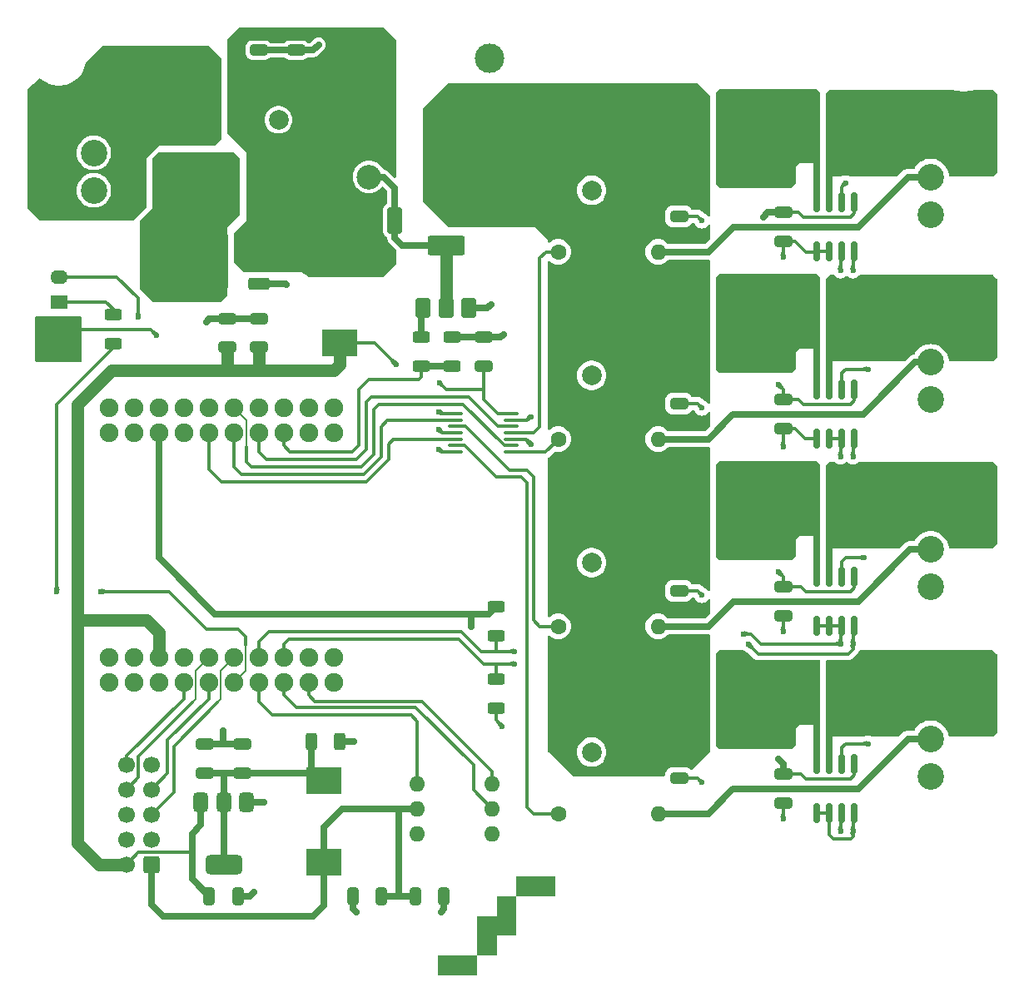
<source format=gbr>
%TF.GenerationSoftware,KiCad,Pcbnew,8.0.8*%
%TF.CreationDate,2025-02-03T17:34:08+01:00*%
%TF.ProjectId,WLEDController,574c4544-436f-46e7-9472-6f6c6c65722e,V1.0*%
%TF.SameCoordinates,Original*%
%TF.FileFunction,Copper,L1,Top*%
%TF.FilePolarity,Positive*%
%FSLAX46Y46*%
G04 Gerber Fmt 4.6, Leading zero omitted, Abs format (unit mm)*
G04 Created by KiCad (PCBNEW 8.0.8) date 2025-02-03 17:34:08*
%MOMM*%
%LPD*%
G01*
G04 APERTURE LIST*
G04 Aperture macros list*
%AMRoundRect*
0 Rectangle with rounded corners*
0 $1 Rounding radius*
0 $2 $3 $4 $5 $6 $7 $8 $9 X,Y pos of 4 corners*
0 Add a 4 corners polygon primitive as box body*
4,1,4,$2,$3,$4,$5,$6,$7,$8,$9,$2,$3,0*
0 Add four circle primitives for the rounded corners*
1,1,$1+$1,$2,$3*
1,1,$1+$1,$4,$5*
1,1,$1+$1,$6,$7*
1,1,$1+$1,$8,$9*
0 Add four rect primitives between the rounded corners*
20,1,$1+$1,$2,$3,$4,$5,0*
20,1,$1+$1,$4,$5,$6,$7,0*
20,1,$1+$1,$6,$7,$8,$9,0*
20,1,$1+$1,$8,$9,$2,$3,0*%
G04 Aperture macros list end*
%TA.AperFunction,ComponentPad*%
%ADD10RoundRect,0.250000X0.600000X0.600000X-0.600000X0.600000X-0.600000X-0.600000X0.600000X-0.600000X0*%
%TD*%
%TA.AperFunction,ComponentPad*%
%ADD11C,1.700000*%
%TD*%
%TA.AperFunction,ComponentPad*%
%ADD12C,2.700000*%
%TD*%
%TA.AperFunction,ComponentPad*%
%ADD13C,3.000000*%
%TD*%
%TA.AperFunction,ComponentPad*%
%ADD14C,2.500000*%
%TD*%
%TA.AperFunction,SMDPad,CuDef*%
%ADD15RoundRect,0.250000X-0.650000X0.325000X-0.650000X-0.325000X0.650000X-0.325000X0.650000X0.325000X0*%
%TD*%
%TA.AperFunction,SMDPad,CuDef*%
%ADD16RoundRect,0.375000X-0.375000X0.625000X-0.375000X-0.625000X0.375000X-0.625000X0.375000X0.625000X0*%
%TD*%
%TA.AperFunction,SMDPad,CuDef*%
%ADD17RoundRect,0.500000X-1.400000X0.500000X-1.400000X-0.500000X1.400000X-0.500000X1.400000X0.500000X0*%
%TD*%
%TA.AperFunction,ComponentPad*%
%ADD18R,2.000000X2.000000*%
%TD*%
%TA.AperFunction,ComponentPad*%
%ADD19C,2.000000*%
%TD*%
%TA.AperFunction,SMDPad,CuDef*%
%ADD20RoundRect,0.100000X-0.637500X-0.100000X0.637500X-0.100000X0.637500X0.100000X-0.637500X0.100000X0*%
%TD*%
%TA.AperFunction,SMDPad,CuDef*%
%ADD21R,3.600000X2.700000*%
%TD*%
%TA.AperFunction,ComponentPad*%
%ADD22C,1.600000*%
%TD*%
%TA.AperFunction,ComponentPad*%
%ADD23O,1.600000X1.600000*%
%TD*%
%TA.AperFunction,SMDPad,CuDef*%
%ADD24RoundRect,0.510205X0.739795X1.164795X-0.739795X1.164795X-0.739795X-1.164795X0.739795X-1.164795X0*%
%TD*%
%TA.AperFunction,SMDPad,CuDef*%
%ADD25RoundRect,0.150000X0.150000X-0.825000X0.150000X0.825000X-0.150000X0.825000X-0.150000X-0.825000X0*%
%TD*%
%TA.AperFunction,SMDPad,CuDef*%
%ADD26RoundRect,0.250000X0.625000X-0.312500X0.625000X0.312500X-0.625000X0.312500X-0.625000X-0.312500X0*%
%TD*%
%TA.AperFunction,SMDPad,CuDef*%
%ADD27RoundRect,0.250000X0.850000X0.350000X-0.850000X0.350000X-0.850000X-0.350000X0.850000X-0.350000X0*%
%TD*%
%TA.AperFunction,SMDPad,CuDef*%
%ADD28RoundRect,0.250000X2.950000X2.650000X-2.950000X2.650000X-2.950000X-2.650000X2.950000X-2.650000X0*%
%TD*%
%TA.AperFunction,SMDPad,CuDef*%
%ADD29RoundRect,0.250000X0.650000X-0.325000X0.650000X0.325000X-0.650000X0.325000X-0.650000X-0.325000X0*%
%TD*%
%TA.AperFunction,SMDPad,CuDef*%
%ADD30R,4.240000X3.810000*%
%TD*%
%TA.AperFunction,ComponentPad*%
%ADD31R,1.800000X1.400000*%
%TD*%
%TA.AperFunction,ComponentPad*%
%ADD32O,1.800000X1.400000*%
%TD*%
%TA.AperFunction,SMDPad,CuDef*%
%ADD33RoundRect,0.250000X-0.625000X0.312500X-0.625000X-0.312500X0.625000X-0.312500X0.625000X0.312500X0*%
%TD*%
%TA.AperFunction,SMDPad,CuDef*%
%ADD34RoundRect,0.250000X0.500000X-0.750000X0.500000X0.750000X-0.500000X0.750000X-0.500000X-0.750000X0*%
%TD*%
%TA.AperFunction,SMDPad,CuDef*%
%ADD35RoundRect,0.250000X1.650000X-0.750000X1.650000X0.750000X-1.650000X0.750000X-1.650000X-0.750000X0*%
%TD*%
%TA.AperFunction,SMDPad,CuDef*%
%ADD36RoundRect,0.250000X-0.312500X-0.625000X0.312500X-0.625000X0.312500X0.625000X-0.312500X0.625000X0*%
%TD*%
%TA.AperFunction,SMDPad,CuDef*%
%ADD37RoundRect,0.250000X0.325000X0.650000X-0.325000X0.650000X-0.325000X-0.650000X0.325000X-0.650000X0*%
%TD*%
%TA.AperFunction,SMDPad,CuDef*%
%ADD38RoundRect,0.250000X-0.325000X-0.650000X0.325000X-0.650000X0.325000X0.650000X-0.325000X0.650000X0*%
%TD*%
%TA.AperFunction,ComponentPad*%
%ADD39C,1.900000*%
%TD*%
%TA.AperFunction,SMDPad,CuDef*%
%ADD40RoundRect,0.250000X-0.500000X-1.100000X0.500000X-1.100000X0.500000X1.100000X-0.500000X1.100000X0*%
%TD*%
%TA.AperFunction,SMDPad,CuDef*%
%ADD41R,3.810000X4.240000*%
%TD*%
%TA.AperFunction,ViaPad*%
%ADD42C,0.600000*%
%TD*%
%TA.AperFunction,Conductor*%
%ADD43C,0.317500*%
%TD*%
%TA.AperFunction,Conductor*%
%ADD44C,1.270000*%
%TD*%
%TA.AperFunction,Conductor*%
%ADD45C,0.635000*%
%TD*%
%TA.AperFunction,Conductor*%
%ADD46C,0.158750*%
%TD*%
G04 APERTURE END LIST*
D10*
%TO.P,J2,1,Pin_1*%
%TO.N,+3.3V_D*%
X107397500Y-136980000D03*
D11*
%TO.P,J2,2,Pin_2*%
%TO.N,+5V_D*%
X104857500Y-136980000D03*
%TO.P,J2,3,Pin_3*%
%TO.N,GND*%
X107397500Y-134440000D03*
%TO.P,J2,4,Pin_4*%
X104857500Y-134440000D03*
%TO.P,J2,5,Pin_5*%
%TO.N,DOUT*%
X107397500Y-131900000D03*
%TO.P,J2,6,Pin_6*%
%TO.N,GND*%
X104857500Y-131900000D03*
%TO.P,J2,7,Pin_7*%
%TO.N,BCK*%
X107397500Y-129360000D03*
%TO.P,J2,8,Pin_8*%
%TO.N,LRCK*%
X104857500Y-129360000D03*
%TO.P,J2,9,Pin_9*%
%TO.N,GND*%
X107397500Y-126820000D03*
%TO.P,J2,10,Pin_10*%
%TO.N,MCK*%
X104857500Y-126820000D03*
%TD*%
D12*
%TO.P,J1,1,Pin_1*%
%TO.N,GND*%
X101550000Y-68410000D03*
%TO.P,J1,2,Pin_2*%
%TO.N,unconnected-(J1-Pin_2-Pad2)*%
X101550000Y-64600000D03*
%TO.P,J1,3,Pin_3*%
%TO.N,Net-(J1-Pin_3)*%
X101550000Y-60790000D03*
%TD*%
D13*
%TO.P,K1,1*%
%TO.N,+5V*%
X127580000Y-60990000D03*
D14*
%TO.P,K1,2*%
%TO.N,Net-(D2-A)*%
X129530000Y-67040000D03*
D13*
%TO.P,K1,3*%
%TO.N,+5V_LED*%
X141730000Y-67040000D03*
%TO.P,K1,4*%
%TO.N,unconnected-(K1-Pad4)*%
X141780000Y-54990000D03*
D14*
%TO.P,K1,5*%
%TO.N,+5V*%
X129530000Y-55040000D03*
%TD*%
D15*
%TO.P,C11,1*%
%TO.N,GND*%
X141160000Y-83345000D03*
%TO.P,C11,2*%
%TO.N,+5V_D*%
X141160000Y-86295000D03*
%TD*%
D16*
%TO.P,U1,1,GND*%
%TO.N,GND*%
X117040000Y-130695000D03*
%TO.P,U1,2,VO*%
%TO.N,Net-(U1-VO)*%
X114740000Y-130695000D03*
D17*
X114740000Y-136995000D03*
D16*
%TO.P,U1,3,VI*%
%TO.N,+5V_D*%
X112440000Y-130695000D03*
%TD*%
D18*
%TO.P,C18,1*%
%TO.N,+5V_LED*%
X152175000Y-101297323D03*
D19*
%TO.P,C18,2*%
%TO.N,GND*%
X152175000Y-106297323D03*
%TD*%
D15*
%TO.P,C14,1*%
%TO.N,+5V_LED*%
X161065000Y-106205000D03*
%TO.P,C14,2*%
%TO.N,GND*%
X161065000Y-109155000D03*
%TD*%
D20*
%TO.P,U4,1*%
%TO.N,GND*%
X138297500Y-91125000D03*
%TO.P,U4,2*%
%TO.N,DATA3*%
X138297500Y-91775000D03*
%TO.P,U4,3*%
%TO.N,Net-(R9-Pad1)*%
X138297500Y-92425000D03*
%TO.P,U4,4*%
%TO.N,GND*%
X138297500Y-93075000D03*
%TO.P,U4,5*%
%TO.N,DATA4*%
X138297500Y-93725000D03*
%TO.P,U4,6*%
%TO.N,Net-(R10-Pad1)*%
X138297500Y-94375000D03*
%TO.P,U4,7,GND*%
%TO.N,GND*%
X138297500Y-95025000D03*
%TO.P,U4,8*%
%TO.N,Net-(R8-Pad1)*%
X144022500Y-95025000D03*
%TO.P,U4,9*%
%TO.N,DATA2*%
X144022500Y-94375000D03*
%TO.P,U4,10*%
%TO.N,GND*%
X144022500Y-93725000D03*
%TO.P,U4,11*%
%TO.N,Net-(R7-Pad1)*%
X144022500Y-93075000D03*
%TO.P,U4,12*%
%TO.N,DATA1*%
X144022500Y-92425000D03*
%TO.P,U4,13*%
%TO.N,GND*%
X144022500Y-91775000D03*
%TO.P,U4,14,VCC*%
%TO.N,+5V_D*%
X144022500Y-91125000D03*
%TD*%
D18*
%TO.P,C16,1*%
%TO.N,+5V_LED*%
X152175000Y-63402323D03*
D19*
%TO.P,C16,2*%
%TO.N,GND*%
X152175000Y-68402323D03*
%TD*%
D21*
%TO.P,L2,1,1*%
%TO.N,+5V*%
X126555000Y-75590000D03*
%TO.P,L2,2,2*%
%TO.N,+5V_D*%
X126555000Y-83890000D03*
%TD*%
D22*
%TO.P,R7,1*%
%TO.N,Net-(R7-Pad1)*%
X148780000Y-74660000D03*
D23*
%TO.P,R7,2*%
%TO.N,LED_DATA1*%
X158940000Y-74660000D03*
%TD*%
D22*
%TO.P,R10,1*%
%TO.N,Net-(R10-Pad1)*%
X148780000Y-131810000D03*
D23*
%TO.P,R10,2*%
%TO.N,LED_DATA4*%
X158940000Y-131810000D03*
%TD*%
D24*
%TO.P,R12,1*%
%TO.N,Net-(J4-Pin_1)*%
X178070000Y-82075000D03*
%TO.P,R12,2*%
%TO.N,Net-(U6-IN+)*%
X173270000Y-82075000D03*
%TD*%
D25*
%TO.P,U7,1,A1*%
%TO.N,SDA*%
X175035000Y-112695000D03*
%TO.P,U7,2,A0*%
X176305000Y-112695000D03*
%TO.P,U7,3,SDA*%
X177575000Y-112695000D03*
%TO.P,U7,4,SCL*%
%TO.N,SCL*%
X178845000Y-112695000D03*
%TO.P,U7,5,VS*%
%TO.N,+3.3V_ESP*%
X178845000Y-107745000D03*
%TO.P,U7,6,GND*%
%TO.N,GND*%
X177575000Y-107745000D03*
%TO.P,U7,7,IN-*%
%TO.N,Net-(J5-Pin_1)*%
X176305000Y-107745000D03*
%TO.P,U7,8,IN+*%
%TO.N,Net-(U7-IN+)*%
X175035000Y-107745000D03*
%TD*%
D26*
%TO.P,R2,1*%
%TO.N,+3.3V_ESP*%
X142430000Y-121080500D03*
%TO.P,R2,2*%
%TO.N,SCL*%
X142430000Y-118155500D03*
%TD*%
D27*
%TO.P,Q1,1,G*%
%TO.N,GND*%
X118300000Y-77950000D03*
D28*
%TO.P,Q1,2,D*%
%TO.N,Net-(Q1-D)*%
X112000000Y-75670000D03*
D27*
%TO.P,Q1,3,S*%
%TO.N,+5V*%
X118300000Y-73390000D03*
%TD*%
D18*
%TO.P,C17,1*%
%TO.N,+5V_LED*%
X152175000Y-82247323D03*
D19*
%TO.P,C17,2*%
%TO.N,GND*%
X152175000Y-87247323D03*
%TD*%
D29*
%TO.P,C10,1*%
%TO.N,+5V_D*%
X115125000Y-84390000D03*
%TO.P,C10,2*%
%TO.N,GND*%
X115125000Y-81440000D03*
%TD*%
D12*
%TO.P,J6,1,Pin_1*%
%TO.N,Net-(J6-Pin_1)*%
X186650000Y-120380000D03*
%TO.P,J6,2,Pin_2*%
%TO.N,LED_DATA4*%
X186650000Y-124190000D03*
%TO.P,J6,3,Pin_3*%
%TO.N,GND*%
X186650000Y-128000000D03*
%TD*%
D30*
%TO.P,F3,1*%
%TO.N,+5V_LED*%
X161055000Y-82075000D03*
%TO.P,F3,2*%
%TO.N,Net-(U6-IN+)*%
X167425000Y-82075000D03*
%TD*%
D12*
%TO.P,J3,1,Pin_1*%
%TO.N,Net-(J3-Pin_1)*%
X186650000Y-63230000D03*
%TO.P,J3,2,Pin_2*%
%TO.N,LED_DATA1*%
X186650000Y-67040000D03*
%TO.P,J3,3,Pin_3*%
%TO.N,GND*%
X186650000Y-70850000D03*
%TD*%
D15*
%TO.P,C15,1*%
%TO.N,+5V_LED*%
X161065000Y-125255000D03*
%TO.P,C15,2*%
%TO.N,GND*%
X161065000Y-128205000D03*
%TD*%
D31*
%TO.P,D1,1,KA*%
%TO.N,Net-(D1-KA)*%
X97980000Y-79740000D03*
D32*
%TO.P,D1,2,AK*%
%TO.N,Net-(D1-AK)*%
X97980000Y-77200000D03*
%TD*%
D15*
%TO.P,C22,1*%
%TO.N,+3.3V_ESP*%
X171640000Y-108745000D03*
%TO.P,C22,2*%
%TO.N,GND*%
X171640000Y-111695000D03*
%TD*%
D33*
%TO.P,R6,1*%
%TO.N,Net-(Q2-G)*%
X134810000Y-83357500D03*
%TO.P,R6,2*%
%TO.N,RELAY_CTRL*%
X134810000Y-86282500D03*
%TD*%
D26*
%TO.P,R5,1*%
%TO.N,RELAY_CTRL*%
X137985000Y-86282500D03*
%TO.P,R5,2*%
%TO.N,GND*%
X137985000Y-83357500D03*
%TD*%
D21*
%TO.P,L1,1,1*%
%TO.N,Net-(U1-VO)*%
X124900000Y-128425000D03*
%TO.P,L1,2,2*%
%TO.N,+3.3V_D*%
X124900000Y-136725000D03*
%TD*%
D15*
%TO.P,C12,1*%
%TO.N,+5V_LED*%
X161065000Y-68105000D03*
%TO.P,C12,2*%
%TO.N,GND*%
X161065000Y-71055000D03*
%TD*%
D30*
%TO.P,F5,1*%
%TO.N,+5V_LED*%
X161055000Y-120380000D03*
%TO.P,F5,2*%
%TO.N,Net-(U8-IN+)*%
X167425000Y-120380000D03*
%TD*%
D34*
%TO.P,Q2,1,G*%
%TO.N,Net-(Q2-G)*%
X135050000Y-80350000D03*
D35*
%TO.P,Q2,2,D*%
%TO.N,Net-(D2-A)*%
X137350000Y-74050000D03*
D34*
X137350000Y-80350000D03*
%TO.P,Q2,3,S*%
%TO.N,GND*%
X139650000Y-80350000D03*
%TD*%
D29*
%TO.P,C2,1*%
%TO.N,+5V*%
X118300000Y-57085000D03*
%TO.P,C2,2*%
%TO.N,GND*%
X118300000Y-54135000D03*
%TD*%
D30*
%TO.P,F4,1*%
%TO.N,+5V_LED*%
X161055000Y-101125000D03*
%TO.P,F4,2*%
%TO.N,Net-(U7-IN+)*%
X167425000Y-101125000D03*
%TD*%
D22*
%TO.P,R9,1*%
%TO.N,Net-(R9-Pad1)*%
X148780000Y-112760000D03*
D23*
%TO.P,R9,2*%
%TO.N,LED_DATA3*%
X158940000Y-112760000D03*
%TD*%
D29*
%TO.P,C9,1*%
%TO.N,+5V_D*%
X118300000Y-84390000D03*
%TO.P,C9,2*%
%TO.N,GND*%
X118300000Y-81440000D03*
%TD*%
D36*
%TO.P,R4,1*%
%TO.N,Net-(U1-VO)*%
X123632500Y-124460000D03*
%TO.P,R4,2*%
%TO.N,GND*%
X126557500Y-124460000D03*
%TD*%
D29*
%TO.P,C5,1*%
%TO.N,Net-(U1-VO)*%
X112835000Y-127700000D03*
%TO.P,C5,2*%
%TO.N,GND*%
X112835000Y-124750000D03*
%TD*%
D37*
%TO.P,C7,1*%
%TO.N,+3.3V_D*%
X130820000Y-140195000D03*
%TO.P,C7,2*%
%TO.N,GND*%
X127870000Y-140195000D03*
%TD*%
D23*
%TO.P,U2,1,SD*%
%TO.N,MIC_SD*%
X134425000Y-128765000D03*
%TO.P,U2,2,VDD*%
%TO.N,+3.3V_D*%
X134425000Y-131305000D03*
%TO.P,U2,3,GND*%
%TO.N,GND*%
X134425000Y-133845000D03*
%TO.P,U2,4,L/R*%
X142045000Y-133845000D03*
%TO.P,U2,5,WS*%
%TO.N,MIC_WS*%
X142045000Y-131305000D03*
%TO.P,U2,6,SCK*%
%TO.N,MIC_SCK*%
X142045000Y-128765000D03*
%TD*%
D38*
%TO.P,C8,1*%
%TO.N,+3.3V_D*%
X134220000Y-140195000D03*
%TO.P,C8,2*%
%TO.N,GND*%
X137170000Y-140195000D03*
%TD*%
D26*
%TO.P,R3,1*%
%TO.N,Net-(U3-IO_12{slash}TDI)*%
X103505000Y-84012500D03*
%TO.P,R3,2*%
%TO.N,Net-(D1-KA)*%
X103505000Y-81087500D03*
%TD*%
D15*
%TO.P,C20,1*%
%TO.N,+3.3V_ESP*%
X171640000Y-70645000D03*
%TO.P,C20,2*%
%TO.N,GND*%
X171640000Y-73595000D03*
%TD*%
D29*
%TO.P,C3,1*%
%TO.N,+5V*%
X122110000Y-57085000D03*
%TO.P,C3,2*%
%TO.N,GND*%
X122110000Y-54135000D03*
%TD*%
D25*
%TO.P,U6,1,A1*%
%TO.N,GND*%
X175035000Y-93645000D03*
%TO.P,U6,2,A0*%
%TO.N,SDA*%
X176305000Y-93645000D03*
%TO.P,U6,3,SDA*%
X177575000Y-93645000D03*
%TO.P,U6,4,SCL*%
%TO.N,SCL*%
X178845000Y-93645000D03*
%TO.P,U6,5,VS*%
%TO.N,+3.3V_ESP*%
X178845000Y-88695000D03*
%TO.P,U6,6,GND*%
%TO.N,GND*%
X177575000Y-88695000D03*
%TO.P,U6,7,IN-*%
%TO.N,Net-(J4-Pin_1)*%
X176305000Y-88695000D03*
%TO.P,U6,8,IN+*%
%TO.N,Net-(U6-IN+)*%
X175035000Y-88695000D03*
%TD*%
D15*
%TO.P,C13,1*%
%TO.N,+5V_LED*%
X161065000Y-87155000D03*
%TO.P,C13,2*%
%TO.N,GND*%
X161065000Y-90105000D03*
%TD*%
D24*
%TO.P,R13,1*%
%TO.N,Net-(J5-Pin_1)*%
X178070000Y-101125000D03*
%TO.P,R13,2*%
%TO.N,Net-(U7-IN+)*%
X173270000Y-101125000D03*
%TD*%
%TO.P,R11,1*%
%TO.N,Net-(J3-Pin_1)*%
X178070000Y-63230000D03*
%TO.P,R11,2*%
%TO.N,Net-(U5-IN+)*%
X173270000Y-63230000D03*
%TD*%
D39*
%TO.P,U3,1,GND*%
%TO.N,GND*%
X125920000Y-90535000D03*
%TO.P,U3,2,RST*%
%TO.N,unconnected-(U3-RST-Pad2)*%
X125920000Y-93075000D03*
%TO.P,U3,3,NC*%
%TO.N,unconnected-(U3-NC-Pad3)*%
X123380000Y-90535000D03*
%TO.P,U3,4,IO_36/SVP/A0*%
%TO.N,unconnected-(U3-IO_36{slash}SVP{slash}A0-Pad4)*%
X123380000Y-93075000D03*
%TO.P,U3,5,IO_39/SVN*%
%TO.N,unconnected-(U3-IO_39{slash}SVN-Pad5)*%
X120840000Y-90535000D03*
%TO.P,U3,6,IO_26/D0*%
%TO.N,RELAY_CTRL*%
X120840000Y-93075000D03*
%TO.P,U3,7,IO_35*%
%TO.N,unconnected-(U3-IO_35-Pad7)*%
X118300000Y-90535000D03*
%TO.P,U3,8,IO_18/D5*%
%TO.N,DATA1*%
X118300000Y-93075000D03*
%TO.P,U3,9,IO_33*%
%TO.N,DATA2*%
X115760000Y-90535000D03*
%TO.P,U3,10,IO_19/D6*%
%TO.N,DATA3*%
X115760000Y-93075000D03*
%TO.P,U3,11,IO_34*%
%TO.N,unconnected-(U3-IO_34-Pad11)*%
X113220000Y-90535000D03*
%TO.P,U3,12,IO_23/D7*%
%TO.N,DATA4*%
X113220000Y-93075000D03*
%TO.P,U3,13,IO_14/TMS*%
%TO.N,TOUCH*%
X110680000Y-90535000D03*
%TO.P,U3,14,IO_05/D8*%
%TO.N,unconnected-(U3-IO_05{slash}D8-Pad14)*%
X110680000Y-93075000D03*
%TO.P,U3,15,NC*%
%TO.N,unconnected-(U3-NC-Pad15)*%
X108140000Y-90535000D03*
%TO.P,U3,16,3V3*%
%TO.N,+3.3V_ESP*%
X108140000Y-93075000D03*
%TO.P,U3,17,IO_09/SD2*%
%TO.N,unconnected-(U3-IO_09{slash}SD2-Pad17)*%
X105600000Y-90535000D03*
%TO.P,U3,18,IO_13/TCK*%
%TO.N,Net-(D1-AK)*%
X105600000Y-93075000D03*
%TO.P,U3,19,CMD*%
%TO.N,unconnected-(U3-CMD-Pad19)*%
X103060000Y-90535000D03*
%TO.P,U3,20,IO_10/SD3*%
%TO.N,unconnected-(U3-IO_10{slash}SD3-Pad20)*%
X103060000Y-93075000D03*
%TO.P,U3,21,TXD*%
%TO.N,unconnected-(U3-TXD-Pad21)*%
X125920000Y-115935000D03*
%TO.P,U3,22,GND*%
%TO.N,GND*%
X125920000Y-118475000D03*
%TO.P,U3,23,RXD*%
%TO.N,unconnected-(U3-RXD-Pad23)*%
X123380000Y-115935000D03*
%TO.P,U3,24,IO_27*%
%TO.N,MIC_SCK*%
X123380000Y-118475000D03*
%TO.P,U3,25,IO_22/D1/SCL*%
%TO.N,SCL*%
X120840000Y-115935000D03*
%TO.P,U3,26,IO_25*%
%TO.N,MIC_WS*%
X120840000Y-118475000D03*
%TO.P,U3,27,IO_21/D2/SDA*%
%TO.N,SDA*%
X118300000Y-115935000D03*
%TO.P,U3,28,IO_32*%
%TO.N,MIC_SD*%
X118300000Y-118475000D03*
%TO.P,U3,29,IO_17/D3*%
%TO.N,DOUT*%
X115760000Y-115935000D03*
%TO.P,U3,30,IO_12/TDI*%
%TO.N,Net-(U3-IO_12{slash}TDI)*%
X115760000Y-118475000D03*
%TO.P,U3,31,IO_16/D4*%
%TO.N,LRCK*%
X113220000Y-115935000D03*
%TO.P,U3,32,IO_04*%
%TO.N,BCK*%
X113220000Y-118475000D03*
%TO.P,U3,33,GND*%
%TO.N,GND*%
X110680000Y-115935000D03*
%TO.P,U3,34,IO_00*%
%TO.N,MCK*%
X110680000Y-118475000D03*
%TO.P,U3,35,VCC_(USB)*%
%TO.N,+5V_D*%
X108140000Y-115935000D03*
%TO.P,U3,36,IO_02*%
%TO.N,unconnected-(U3-IO_02-Pad36)*%
X108140000Y-118475000D03*
%TO.P,U3,37,TD0*%
%TO.N,unconnected-(U3-TD0-Pad37)*%
X105600000Y-115935000D03*
%TO.P,U3,38,SD1*%
%TO.N,unconnected-(U3-SD1-Pad38)*%
X105600000Y-118475000D03*
%TO.P,U3,39,SD0*%
%TO.N,unconnected-(U3-SD0-Pad39)*%
X103060000Y-115935000D03*
%TO.P,U3,40,CLK*%
%TO.N,unconnected-(U3-CLK-Pad40)*%
X103060000Y-118475000D03*
%TD*%
D22*
%TO.P,R8,1*%
%TO.N,Net-(R8-Pad1)*%
X148780000Y-93710000D03*
D23*
%TO.P,R8,2*%
%TO.N,LED_DATA2*%
X158940000Y-93710000D03*
%TD*%
D24*
%TO.P,R14,1*%
%TO.N,Net-(J6-Pin_1)*%
X178070000Y-120380000D03*
%TO.P,R14,2*%
%TO.N,Net-(U8-IN+)*%
X173270000Y-120380000D03*
%TD*%
D18*
%TO.P,C6,1*%
%TO.N,+5V*%
X120332000Y-66232677D03*
D19*
%TO.P,C6,2*%
%TO.N,GND*%
X120332000Y-61232677D03*
%TD*%
D40*
%TO.P,D2,1,K*%
%TO.N,+5V*%
X127330000Y-71485000D03*
%TO.P,D2,2,A*%
%TO.N,Net-(D2-A)*%
X132130000Y-71485000D03*
%TD*%
D38*
%TO.P,C1,1*%
%TO.N,+5V_D*%
X113265000Y-140195000D03*
%TO.P,C1,2*%
%TO.N,GND*%
X116215000Y-140195000D03*
%TD*%
D25*
%TO.P,U8,1,A1*%
%TO.N,SCL*%
X175035000Y-131745000D03*
%TO.P,U8,2,A0*%
X176305000Y-131745000D03*
%TO.P,U8,3,SDA*%
%TO.N,SDA*%
X177575000Y-131745000D03*
%TO.P,U8,4,SCL*%
%TO.N,SCL*%
X178845000Y-131745000D03*
%TO.P,U8,5,VS*%
%TO.N,+3.3V_ESP*%
X178845000Y-126795000D03*
%TO.P,U8,6,GND*%
%TO.N,GND*%
X177575000Y-126795000D03*
%TO.P,U8,7,IN-*%
%TO.N,Net-(J6-Pin_1)*%
X176305000Y-126795000D03*
%TO.P,U8,8,IN+*%
%TO.N,Net-(U8-IN+)*%
X175035000Y-126795000D03*
%TD*%
D15*
%TO.P,C23,1*%
%TO.N,+3.3V_ESP*%
X171640000Y-127795000D03*
%TO.P,C23,2*%
%TO.N,GND*%
X171640000Y-130745000D03*
%TD*%
D12*
%TO.P,J5,1,Pin_1*%
%TO.N,Net-(J5-Pin_1)*%
X186650000Y-101125000D03*
%TO.P,J5,2,Pin_2*%
%TO.N,LED_DATA3*%
X186650000Y-104935000D03*
%TO.P,J5,3,Pin_3*%
%TO.N,GND*%
X186650000Y-108745000D03*
%TD*%
D15*
%TO.P,C21,1*%
%TO.N,+3.3V_ESP*%
X171640000Y-89695000D03*
%TO.P,C21,2*%
%TO.N,GND*%
X171640000Y-92645000D03*
%TD*%
D25*
%TO.P,U5,1,A1*%
%TO.N,GND*%
X175035000Y-74595000D03*
%TO.P,U5,2,A0*%
X176305000Y-74595000D03*
%TO.P,U5,3,SDA*%
%TO.N,SDA*%
X177575000Y-74595000D03*
%TO.P,U5,4,SCL*%
%TO.N,SCL*%
X178845000Y-74595000D03*
%TO.P,U5,5,VS*%
%TO.N,+3.3V_ESP*%
X178845000Y-69645000D03*
%TO.P,U5,6,GND*%
%TO.N,GND*%
X177575000Y-69645000D03*
%TO.P,U5,7,IN-*%
%TO.N,Net-(J3-Pin_1)*%
X176305000Y-69645000D03*
%TO.P,U5,8,IN+*%
%TO.N,Net-(U5-IN+)*%
X175035000Y-69645000D03*
%TD*%
D29*
%TO.P,C4,1*%
%TO.N,Net-(U1-VO)*%
X116645000Y-127700000D03*
%TO.P,C4,2*%
%TO.N,GND*%
X116645000Y-124750000D03*
%TD*%
D12*
%TO.P,J4,1,Pin_1*%
%TO.N,Net-(J4-Pin_1)*%
X186650000Y-82095000D03*
%TO.P,J4,2,Pin_2*%
%TO.N,LED_DATA2*%
X186650000Y-85905000D03*
%TO.P,J4,3,Pin_3*%
%TO.N,GND*%
X186650000Y-89715000D03*
%TD*%
D18*
%TO.P,C19,1*%
%TO.N,+5V_LED*%
X152175000Y-120552323D03*
D19*
%TO.P,C19,2*%
%TO.N,GND*%
X152175000Y-125552323D03*
%TD*%
D41*
%TO.P,F1,1*%
%TO.N,Net-(J1-Pin_3)*%
X111950000Y-61315000D03*
%TO.P,F1,2*%
%TO.N,Net-(Q1-D)*%
X111950000Y-67685000D03*
%TD*%
D33*
%TO.P,R1,1*%
%TO.N,+3.3V_ESP*%
X142430000Y-110789500D03*
%TO.P,R1,2*%
%TO.N,SDA*%
X142430000Y-113714500D03*
%TD*%
D30*
%TO.P,F2,1*%
%TO.N,+5V_LED*%
X161055000Y-63230000D03*
%TO.P,F2,2*%
%TO.N,Net-(U5-IN+)*%
X167425000Y-63230000D03*
%TD*%
D42*
%TO.N,TOUCH*%
X107950000Y-83185000D03*
%TO.N,Net-(D1-AK)*%
X106045000Y-81280000D03*
%TO.N,Net-(U3-IO_12{slash}TDI)*%
X102235000Y-109220000D03*
X97790000Y-109220000D03*
%TO.N,GND*%
X163385000Y-90535000D03*
X145986000Y-94218000D03*
X114700000Y-123400000D03*
X180276000Y-124698000D03*
X117788000Y-139814000D03*
X179895000Y-105775000D03*
X128016000Y-124460000D03*
X163385000Y-128635000D03*
X143192000Y-83042000D03*
X171640000Y-75168000D03*
X163385000Y-109585000D03*
X177990000Y-67675000D03*
X171640000Y-113268000D03*
X124396000Y-53578000D03*
X128202000Y-141846000D03*
X171640000Y-94472000D03*
X171640000Y-132318000D03*
X118804000Y-130670000D03*
X163385000Y-71485000D03*
X121094000Y-77962000D03*
X136588000Y-90916000D03*
X136838000Y-141846000D03*
X112966000Y-81772000D03*
X136588000Y-92694000D03*
X180276000Y-86598000D03*
X136588000Y-94726000D03*
X141922000Y-79994000D03*
X145986000Y-91424000D03*
%TO.N,+5V_D*%
X136715000Y-87995000D03*
X132270000Y-86090000D03*
%TO.N,SCL*%
X178752000Y-76565000D03*
X168084000Y-114538000D03*
X178752000Y-133588000D03*
X144335000Y-116570000D03*
X178752000Y-114538000D03*
X178752000Y-95488000D03*
%TO.N,SDA*%
X177482000Y-114538000D03*
X177482000Y-95488000D03*
X167576000Y-113522000D03*
X144335000Y-115300000D03*
X177482000Y-133588000D03*
X177482000Y-76565000D03*
%TO.N,+3.3V_ESP*%
X169608000Y-71104000D03*
X171132000Y-107172000D03*
X171132000Y-126222000D03*
X139890000Y-112760000D03*
X171132000Y-88122000D03*
X143065000Y-122920000D03*
%TD*%
D43*
%TO.N,Net-(U3-IO_12{slash}TDI)*%
X116989375Y-114689375D02*
X116989375Y-113814375D01*
X116989375Y-113814375D02*
X116205000Y-113030000D01*
X116205000Y-113030000D02*
X113030000Y-113030000D01*
X113030000Y-113030000D02*
X109220000Y-109220000D01*
X109220000Y-109220000D02*
X102235000Y-109220000D01*
X103505000Y-84012500D02*
X103505000Y-84455000D01*
X103505000Y-84455000D02*
X97790000Y-90170000D01*
X97790000Y-90170000D02*
X97790000Y-109220000D01*
D44*
%TO.N,+5V_D*%
X99885000Y-112125000D02*
X99885000Y-90170000D01*
X99885000Y-90170000D02*
X103330000Y-86725000D01*
X103330000Y-86725000D02*
X114998000Y-86725000D01*
D43*
%TO.N,TOUCH*%
X107315000Y-82550000D02*
X99695000Y-82550000D01*
X107950000Y-83185000D02*
X107315000Y-82550000D01*
%TO.N,Net-(D1-AK)*%
X106045000Y-81280000D02*
X106045000Y-79375000D01*
X106045000Y-79375000D02*
X103870000Y-77200000D01*
X103870000Y-77200000D02*
X97980000Y-77200000D01*
%TO.N,Net-(D1-KA)*%
X97980000Y-79740000D02*
X102792500Y-79740000D01*
X102792500Y-79740000D02*
X103505000Y-80452500D01*
%TO.N,SCL*%
X178752000Y-133588000D02*
X178752000Y-134096000D01*
X178752000Y-134096000D02*
X178498000Y-134350000D01*
X176720000Y-134350000D02*
X178498000Y-134350000D01*
D45*
%TO.N,+5V_D*%
X111565000Y-133845000D02*
X111565000Y-135763000D01*
X111565000Y-138495000D02*
X111565000Y-135763000D01*
D43*
X104857500Y-136980000D02*
X106074500Y-135763000D01*
X106074500Y-135763000D02*
X111565000Y-135763000D01*
D44*
X99885000Y-112125000D02*
X99885000Y-134810000D01*
X99885000Y-134810000D02*
X102055000Y-136980000D01*
X102055000Y-136980000D02*
X104857500Y-136980000D01*
D45*
%TO.N,+3.3V_ESP*%
X139890000Y-111490000D02*
X113890000Y-111490000D01*
X108140000Y-105740000D02*
X108140000Y-93075000D01*
X113890000Y-111490000D02*
X108140000Y-105740000D01*
D46*
%TO.N,Net-(U3-IO_12{slash}TDI)*%
X116989375Y-117245625D02*
X116989375Y-114689375D01*
X115760000Y-118475000D02*
X116989375Y-117245625D01*
D45*
%TO.N,+3.3V_D*%
X124900000Y-136725000D02*
X124900000Y-141165000D01*
X123825000Y-142240000D02*
X108585000Y-142240000D01*
X124900000Y-141165000D02*
X123825000Y-142240000D01*
X108585000Y-142240000D02*
X107397500Y-141052500D01*
X107397500Y-141052500D02*
X107397500Y-136980000D01*
D43*
%TO.N,DOUT*%
X114105000Y-120510000D02*
X109660000Y-124955000D01*
X109660000Y-124955000D02*
X109660000Y-129637500D01*
X109660000Y-129637500D02*
X107397500Y-131900000D01*
%TO.N,BCK*%
X109025000Y-124320000D02*
X109025000Y-127732500D01*
X109025000Y-127732500D02*
X107397500Y-129360000D01*
%TO.N,LRCK*%
X111565000Y-120510000D02*
X106100000Y-125975000D01*
X106100000Y-125975000D02*
X106100000Y-128117500D01*
X106100000Y-128117500D02*
X104857500Y-129360000D01*
%TO.N,MCK*%
X104857500Y-126820000D02*
X104857500Y-125947500D01*
X104857500Y-125947500D02*
X110680000Y-120125000D01*
X110680000Y-120125000D02*
X110680000Y-118475000D01*
%TO.N,GND*%
X171640000Y-130745000D02*
X171640000Y-132318000D01*
D45*
X116215000Y-140195000D02*
X117407000Y-140195000D01*
D43*
X171640000Y-73595000D02*
X171640000Y-75168000D01*
X162955000Y-109155000D02*
X163385000Y-109585000D01*
D45*
X118779000Y-130695000D02*
X118804000Y-130670000D01*
D43*
X177990000Y-86598000D02*
X180276000Y-86598000D01*
D45*
X114700000Y-124710000D02*
X114740000Y-124750000D01*
D43*
X162955000Y-90105000D02*
X163385000Y-90535000D01*
X161065000Y-71055000D02*
X162955000Y-71055000D01*
X162955000Y-71055000D02*
X163385000Y-71485000D01*
X136887000Y-95025000D02*
X136588000Y-94726000D01*
X177990000Y-124698000D02*
X180276000Y-124698000D01*
X177575000Y-87013000D02*
X177990000Y-86598000D01*
X173861000Y-93645000D02*
X175035000Y-93645000D01*
X171640000Y-92645000D02*
X171640000Y-94472000D01*
X171640000Y-111695000D02*
X171640000Y-113268000D01*
X138297500Y-91125000D02*
X136797000Y-91125000D01*
X138297500Y-93075000D02*
X136969000Y-93075000D01*
X177990000Y-105775000D02*
X179895000Y-105775000D01*
D45*
X115125000Y-81440000D02*
X118300000Y-81440000D01*
D43*
X176305000Y-74595000D02*
X175035000Y-74595000D01*
X177575000Y-69645000D02*
X177575000Y-68090000D01*
X177575000Y-125113000D02*
X177990000Y-124698000D01*
X161065000Y-109155000D02*
X162955000Y-109155000D01*
X162955000Y-128205000D02*
X163385000Y-128635000D01*
X161065000Y-128205000D02*
X162955000Y-128205000D01*
X177575000Y-106190000D02*
X177990000Y-105775000D01*
D45*
X137170000Y-141514000D02*
X136838000Y-141846000D01*
X123839000Y-54135000D02*
X124396000Y-53578000D01*
X117407000Y-140195000D02*
X117788000Y-139814000D01*
X122110000Y-54135000D02*
X123839000Y-54135000D01*
D43*
X172861000Y-92645000D02*
X173861000Y-93645000D01*
X171640000Y-92645000D02*
X172861000Y-92645000D01*
X136797000Y-91125000D02*
X136588000Y-90916000D01*
D45*
X118300000Y-77950000D02*
X121082000Y-77950000D01*
X115125000Y-81440000D02*
X113298000Y-81440000D01*
D43*
X145493000Y-93725000D02*
X145986000Y-94218000D01*
D45*
X139650000Y-80350000D02*
X141566000Y-80350000D01*
X141160000Y-83345000D02*
X142889000Y-83345000D01*
D43*
X138297500Y-95025000D02*
X136887000Y-95025000D01*
D45*
X112835000Y-124750000D02*
X114740000Y-124750000D01*
D43*
X177575000Y-126795000D02*
X177575000Y-125113000D01*
X177575000Y-68090000D02*
X177990000Y-67675000D01*
X144022500Y-93725000D02*
X145493000Y-93725000D01*
X136969000Y-93075000D02*
X136588000Y-92694000D01*
X172861000Y-73595000D02*
X173926000Y-74660000D01*
D45*
X113298000Y-81440000D02*
X112966000Y-81772000D01*
X118300000Y-54135000D02*
X122110000Y-54135000D01*
D43*
X173926000Y-74660000D02*
X174970000Y-74660000D01*
D45*
X127870000Y-140195000D02*
X127870000Y-141514000D01*
D43*
X161065000Y-90105000D02*
X162955000Y-90105000D01*
X145635000Y-91775000D02*
X145986000Y-91424000D01*
X174970000Y-74660000D02*
X175035000Y-74595000D01*
D45*
X141147500Y-83357500D02*
X141160000Y-83345000D01*
X114700000Y-123400000D02*
X114700000Y-124710000D01*
D43*
X177575000Y-107745000D02*
X177575000Y-106190000D01*
D45*
X142889000Y-83345000D02*
X143192000Y-83042000D01*
X121094000Y-77962000D02*
X121082000Y-77950000D01*
X127870000Y-141514000D02*
X128202000Y-141846000D01*
D43*
X171640000Y-73595000D02*
X172861000Y-73595000D01*
X144022500Y-91775000D02*
X145635000Y-91775000D01*
X177575000Y-88695000D02*
X177575000Y-87013000D01*
D45*
X114740000Y-124750000D02*
X116645000Y-124750000D01*
X141566000Y-80350000D02*
X141922000Y-79994000D01*
X117040000Y-130695000D02*
X118779000Y-130695000D01*
X137170000Y-140195000D02*
X137170000Y-141514000D01*
X137985000Y-83357500D02*
X141147500Y-83357500D01*
X126557500Y-124460000D02*
X128016000Y-124460000D01*
D43*
%TO.N,+5V_D*%
X141160000Y-88630000D02*
X141160000Y-89646000D01*
D44*
X115125000Y-84390000D02*
X115125000Y-86598000D01*
D43*
X142639000Y-91125000D02*
X144022500Y-91125000D01*
X137350000Y-88630000D02*
X136715000Y-87995000D01*
D44*
X108140000Y-115935000D02*
X108140000Y-113395000D01*
X106870000Y-112125000D02*
X99885000Y-112125000D01*
D43*
X130070000Y-83890000D02*
X126555000Y-83890000D01*
D44*
X118300000Y-84390000D02*
X118300000Y-86471000D01*
D43*
X141160000Y-89646000D02*
X142639000Y-91125000D01*
D45*
X111565000Y-133845000D02*
X112440000Y-132970000D01*
D43*
X141160000Y-88630000D02*
X137350000Y-88630000D01*
D45*
X113265000Y-140195000D02*
X111565000Y-138495000D01*
D43*
X141160000Y-86295000D02*
X141160000Y-88376000D01*
D44*
X108140000Y-113395000D02*
X106870000Y-112125000D01*
X118300000Y-86471000D02*
X118046000Y-86725000D01*
X114998000Y-86725000D02*
X116522000Y-86725000D01*
D43*
X132270000Y-86090000D02*
X130070000Y-83890000D01*
D45*
X112440000Y-132970000D02*
X112440000Y-130695000D01*
D43*
X141160000Y-88376000D02*
X141160000Y-88630000D01*
D44*
X116522000Y-86725000D02*
X118046000Y-86725000D01*
X126555000Y-86090000D02*
X126555000Y-83890000D01*
X118046000Y-86725000D02*
X125920000Y-86725000D01*
X125920000Y-86725000D02*
X126555000Y-86090000D01*
X115125000Y-86598000D02*
X114998000Y-86725000D01*
D45*
%TO.N,Net-(J3-Pin_1)*%
X176305000Y-64795000D02*
X176305000Y-69645000D01*
X176305000Y-64795000D02*
X177970000Y-63130000D01*
%TO.N,Net-(J4-Pin_1)*%
X176305000Y-83640000D02*
X176305000Y-88695000D01*
X176305000Y-83640000D02*
X177970000Y-81975000D01*
%TO.N,LED_DATA1*%
X179260000Y-72120000D02*
X166560000Y-72120000D01*
X164020000Y-74660000D02*
X166052000Y-72628000D01*
X186650000Y-67040000D02*
X184340000Y-67040000D01*
X158940000Y-74660000D02*
X164020000Y-74660000D01*
X184340000Y-67040000D02*
X179260000Y-72120000D01*
X166560000Y-72120000D02*
X166052000Y-72628000D01*
%TO.N,LED_DATA2*%
X185033000Y-85905000D02*
X179768000Y-91170000D01*
X164020000Y-93710000D02*
X166433000Y-91297000D01*
X179768000Y-91170000D02*
X166560000Y-91170000D01*
X158940000Y-93710000D02*
X164020000Y-93710000D01*
X166560000Y-91170000D02*
X166433000Y-91297000D01*
X186650000Y-85905000D02*
X185033000Y-85905000D01*
%TO.N,LED_DATA3*%
X184545000Y-104935000D02*
X179260000Y-110220000D01*
X186650000Y-104935000D02*
X184545000Y-104935000D01*
X164020000Y-112760000D02*
X166560000Y-110220000D01*
X158940000Y-112760000D02*
X164020000Y-112760000D01*
X179260000Y-110220000D02*
X166560000Y-110220000D01*
%TO.N,LED_DATA4*%
X158940000Y-131810000D02*
X164020000Y-131810000D01*
X164020000Y-131810000D02*
X166433000Y-129397000D01*
X184340000Y-124190000D02*
X179260000Y-129270000D01*
X186650000Y-124190000D02*
X184340000Y-124190000D01*
X179260000Y-129270000D02*
X166560000Y-129270000D01*
X166560000Y-129270000D02*
X166433000Y-129397000D01*
D43*
%TO.N,RELAY_CTRL*%
X129476000Y-87614000D02*
X128460000Y-88630000D01*
X120840000Y-94345000D02*
X120840000Y-93075000D01*
X134810000Y-87360000D02*
X134556000Y-87614000D01*
D45*
X134810000Y-86282500D02*
X137985000Y-86282500D01*
D43*
X128460000Y-88630000D02*
X128460000Y-94345000D01*
X128460000Y-94345000D02*
X127825000Y-94980000D01*
X127825000Y-94980000D02*
X121475000Y-94980000D01*
X134556000Y-87614000D02*
X129476000Y-87614000D01*
X121475000Y-94980000D02*
X120840000Y-94345000D01*
X134810000Y-86282500D02*
X134810000Y-87360000D01*
%TO.N,DATA3*%
X131411000Y-91775000D02*
X130746000Y-92440000D01*
X128968000Y-97266000D02*
X116522000Y-97266000D01*
X138297500Y-91775000D02*
X131411000Y-91775000D01*
X130746000Y-95488000D02*
X128968000Y-97266000D01*
X116522000Y-97266000D02*
X115760000Y-96504000D01*
X115760000Y-96504000D02*
X115760000Y-93075000D01*
X130746000Y-92440000D02*
X130746000Y-95488000D01*
D46*
%TO.N,DATA2*%
X117030000Y-93710000D02*
X117030000Y-94472000D01*
D43*
X143283458Y-94375000D02*
X139062458Y-90154000D01*
D46*
X117030000Y-91805000D02*
X117030000Y-93710000D01*
D43*
X130492000Y-90154000D02*
X129984000Y-90662000D01*
X144022500Y-94375000D02*
X143283458Y-94375000D01*
D46*
X115760000Y-90535000D02*
X117030000Y-91805000D01*
D43*
X129984000Y-95234000D02*
X128714000Y-96504000D01*
X117538000Y-96504000D02*
X117030000Y-95996000D01*
X128714000Y-96504000D02*
X117538000Y-96504000D01*
X139062458Y-90154000D02*
X130492000Y-90154000D01*
X117030000Y-95996000D02*
X117030000Y-94472000D01*
X129984000Y-90662000D02*
X129984000Y-95234000D01*
%TO.N,DATA4*%
X132001000Y-93725000D02*
X131508000Y-94218000D01*
X114490000Y-98028000D02*
X113220000Y-96758000D01*
X131508000Y-94218000D02*
X131508000Y-95742000D01*
X131508000Y-95742000D02*
X129222000Y-98028000D01*
X113220000Y-96758000D02*
X113220000Y-93075000D01*
X138297500Y-93725000D02*
X132001000Y-93725000D01*
X129222000Y-98028000D02*
X114490000Y-98028000D01*
%TO.N,DATA1*%
X139636000Y-89392000D02*
X129730000Y-89392000D01*
X118300000Y-94980000D02*
X118300000Y-93075000D01*
X128206000Y-95742000D02*
X119062000Y-95742000D01*
X129222000Y-94726000D02*
X128206000Y-95742000D01*
X142669000Y-92425000D02*
X139636000Y-89392000D01*
X129730000Y-89392000D02*
X129222000Y-89900000D01*
X119062000Y-95742000D02*
X118300000Y-94980000D01*
X129222000Y-89900000D02*
X129222000Y-94726000D01*
X144022500Y-92425000D02*
X142669000Y-92425000D01*
D45*
%TO.N,Net-(U7-IN+)*%
X175035000Y-102890000D02*
X175035000Y-107745000D01*
X175035000Y-102890000D02*
X173270000Y-101125000D01*
D43*
%TO.N,SCL*%
X176305000Y-133935000D02*
X176720000Y-134350000D01*
X178845000Y-93645000D02*
X178817000Y-93645000D01*
X178244000Y-115554000D02*
X178752000Y-115046000D01*
X142430000Y-116570000D02*
X144335000Y-116570000D01*
X178817000Y-93645000D02*
X178752000Y-93710000D01*
X175035000Y-131745000D02*
X176305000Y-131745000D01*
X121348000Y-114030000D02*
X138620000Y-114030000D01*
X178845000Y-112695000D02*
X178817000Y-112695000D01*
X138620000Y-114030000D02*
X141160000Y-116570000D01*
X178817000Y-74595000D02*
X178752000Y-74660000D01*
X178752000Y-131810000D02*
X178752000Y-133588000D01*
X168084000Y-114538000D02*
X169100000Y-115554000D01*
X169100000Y-115554000D02*
X178244000Y-115554000D01*
X178752000Y-74660000D02*
X178752000Y-76565000D01*
X120840000Y-114538000D02*
X121348000Y-114030000D01*
X178845000Y-131745000D02*
X178817000Y-131745000D01*
X178752000Y-132572000D02*
X178752000Y-132318000D01*
X176305000Y-131745000D02*
X176305000Y-133935000D01*
X178845000Y-74595000D02*
X178817000Y-74595000D01*
X141160000Y-116570000D02*
X142430000Y-116570000D01*
X178817000Y-131745000D02*
X178752000Y-131810000D01*
X178752000Y-93710000D02*
X178752000Y-95488000D01*
X120840000Y-115935000D02*
X120840000Y-114538000D01*
X178752000Y-115046000D02*
X178752000Y-114538000D01*
X178817000Y-112695000D02*
X178752000Y-112760000D01*
X178752000Y-112760000D02*
X178752000Y-114538000D01*
X142430000Y-118155500D02*
X142430000Y-116570000D01*
%TO.N,SDA*%
X177547000Y-112695000D02*
X177482000Y-112760000D01*
X167576000Y-113522000D02*
X168338000Y-113522000D01*
X177575000Y-112695000D02*
X177547000Y-112695000D01*
X118300000Y-114284000D02*
X119316000Y-113268000D01*
X177547000Y-93645000D02*
X177482000Y-93710000D01*
X177482000Y-74660000D02*
X177547000Y-74595000D01*
X142430000Y-115300000D02*
X144335000Y-115300000D01*
X177482000Y-112760000D02*
X177482000Y-114538000D01*
X177482000Y-74660000D02*
X177482000Y-76565000D01*
X168338000Y-113522000D02*
X169354000Y-114538000D01*
X177575000Y-74595000D02*
X177547000Y-74595000D01*
X118300000Y-115935000D02*
X118300000Y-114284000D01*
X177575000Y-131745000D02*
X177547000Y-131745000D01*
X177547000Y-131745000D02*
X177482000Y-131810000D01*
X140906000Y-115300000D02*
X142430000Y-115300000D01*
X138874000Y-113268000D02*
X140906000Y-115300000D01*
X169354000Y-114538000D02*
X177482000Y-114538000D01*
X176305000Y-93645000D02*
X177575000Y-93645000D01*
X175035000Y-112695000D02*
X176305000Y-112695000D01*
X176305000Y-112695000D02*
X177575000Y-112695000D01*
X142430000Y-113714500D02*
X142430000Y-115300000D01*
X177575000Y-93645000D02*
X177547000Y-93645000D01*
X177482000Y-93710000D02*
X177482000Y-95488000D01*
X177482000Y-131810000D02*
X177482000Y-133588000D01*
X119316000Y-113268000D02*
X138874000Y-113268000D01*
D45*
%TO.N,Net-(U5-IN+)*%
X175035000Y-65095000D02*
X173070000Y-63130000D01*
X175035000Y-65095000D02*
X175035000Y-69645000D01*
%TO.N,Net-(U6-IN+)*%
X175035000Y-83940000D02*
X175035000Y-88695000D01*
X175035000Y-83940000D02*
X173070000Y-81975000D01*
%TO.N,+3.3V_D*%
X132520000Y-140195000D02*
X132520000Y-131305000D01*
X126805000Y-131305000D02*
X124900000Y-133210000D01*
X130820000Y-140195000D02*
X132520000Y-140195000D01*
X134425000Y-131305000D02*
X132520000Y-131305000D01*
X124900000Y-133210000D02*
X124900000Y-136725000D01*
X132520000Y-140195000D02*
X134220000Y-140195000D01*
X132520000Y-131305000D02*
X126805000Y-131305000D01*
%TO.N,Net-(J5-Pin_1)*%
X176305000Y-102890000D02*
X178070000Y-101125000D01*
X176305000Y-102890000D02*
X176305000Y-107745000D01*
D43*
%TO.N,Net-(R7-Pad1)*%
X144022500Y-93075000D02*
X146240000Y-93075000D01*
X146875000Y-92440000D02*
X146875000Y-75295000D01*
X146240000Y-93075000D02*
X146875000Y-92440000D01*
X147510000Y-74660000D02*
X148780000Y-74660000D01*
X146875000Y-75295000D02*
X147510000Y-74660000D01*
%TO.N,Net-(R8-Pad1)*%
X147465000Y-95025000D02*
X148780000Y-93710000D01*
X144022500Y-95025000D02*
X147465000Y-95025000D01*
%TO.N,Net-(R9-Pad1)*%
X143827000Y-96885000D02*
X144208000Y-96885000D01*
X146240000Y-97520000D02*
X145605000Y-96885000D01*
X139367000Y-92425000D02*
X143827000Y-96885000D01*
X148780000Y-112760000D02*
X146875000Y-112760000D01*
X146875000Y-112760000D02*
X146240000Y-112125000D01*
X145605000Y-96885000D02*
X144208000Y-96885000D01*
X146240000Y-112125000D02*
X146240000Y-97520000D01*
X138297500Y-92425000D02*
X139367000Y-92425000D01*
D45*
%TO.N,+3.3V_ESP*%
X170067000Y-70645000D02*
X169608000Y-71104000D01*
D43*
X178498000Y-90154000D02*
X173672000Y-90154000D01*
D45*
X171132000Y-126222000D02*
X171640000Y-126730000D01*
D43*
X178845000Y-88695000D02*
X178845000Y-89807000D01*
X178845000Y-107745000D02*
X178845000Y-108857000D01*
X173672000Y-90154000D02*
X173213000Y-89695000D01*
X178845000Y-127907000D02*
X178498000Y-128254000D01*
X142430000Y-121080500D02*
X142430000Y-121650000D01*
D45*
X171640000Y-70645000D02*
X170067000Y-70645000D01*
D43*
X178845000Y-70757000D02*
X178498000Y-71104000D01*
X178498000Y-128254000D02*
X173926000Y-128254000D01*
X173467000Y-127795000D02*
X171640000Y-127795000D01*
X173213000Y-70645000D02*
X171640000Y-70645000D01*
X178845000Y-108857000D02*
X178498000Y-109204000D01*
X173926000Y-109204000D02*
X173467000Y-108745000D01*
D45*
X141729500Y-111490000D02*
X142430000Y-110789500D01*
D43*
X142430000Y-122285000D02*
X143065000Y-122920000D01*
X173672000Y-71104000D02*
X173213000Y-70645000D01*
X171640000Y-107680000D02*
X171132000Y-107172000D01*
X173926000Y-128254000D02*
X173467000Y-127795000D01*
X173467000Y-108745000D02*
X171640000Y-108745000D01*
X178845000Y-69645000D02*
X178845000Y-70757000D01*
X171640000Y-88630000D02*
X171132000Y-88122000D01*
X178845000Y-89807000D02*
X178498000Y-90154000D01*
X171640000Y-108745000D02*
X171640000Y-107680000D01*
X142430000Y-121650000D02*
X142430000Y-122285000D01*
X171640000Y-89695000D02*
X171640000Y-88630000D01*
D45*
X139890000Y-111490000D02*
X139890000Y-112760000D01*
D43*
X178845000Y-126795000D02*
X178845000Y-127907000D01*
D45*
X139890000Y-111490000D02*
X141729500Y-111490000D01*
D43*
X178498000Y-109204000D02*
X173926000Y-109204000D01*
X178498000Y-71104000D02*
X173672000Y-71104000D01*
D45*
X171640000Y-126730000D02*
X171640000Y-127795000D01*
D43*
X173213000Y-89695000D02*
X171640000Y-89695000D01*
D44*
%TO.N,Net-(D2-A)*%
X137350000Y-80350000D02*
X137350000Y-74050000D01*
D45*
X132130000Y-73250000D02*
X132130000Y-71485000D01*
X131000000Y-67040000D02*
X132130000Y-68170000D01*
X137350000Y-74050000D02*
X132930000Y-74050000D01*
X132130000Y-68170000D02*
X132130000Y-71485000D01*
X132930000Y-74050000D02*
X132130000Y-73250000D01*
X129530000Y-67040000D02*
X131000000Y-67040000D01*
D43*
%TO.N,MIC_SCK*%
X124015000Y-120380000D02*
X134930000Y-120380000D01*
X123380000Y-119745000D02*
X124015000Y-120380000D01*
X142045000Y-127495000D02*
X142045000Y-128765000D01*
X123380000Y-118475000D02*
X123380000Y-119745000D01*
X134930000Y-120380000D02*
X142045000Y-127495000D01*
%TO.N,MIC_WS*%
X120840000Y-119745000D02*
X122110000Y-121015000D01*
X140140000Y-129400000D02*
X142045000Y-131305000D01*
X122110000Y-121015000D02*
X134295000Y-121015000D01*
X134295000Y-121015000D02*
X140140000Y-126860000D01*
X140140000Y-126860000D02*
X140140000Y-129400000D01*
X120840000Y-118475000D02*
X120840000Y-119745000D01*
%TO.N,MIC_SD*%
X133790000Y-121780000D02*
X119700000Y-121780000D01*
X119700000Y-121780000D02*
X118300000Y-120380000D01*
X134425000Y-122415000D02*
X133790000Y-121780000D01*
X134425000Y-128765000D02*
X134851250Y-128338750D01*
X118300000Y-120380000D02*
X118300000Y-118475000D01*
X134425000Y-128765000D02*
X134425000Y-122415000D01*
D45*
%TO.N,Net-(U1-VO)*%
X119820000Y-127700000D02*
X124175000Y-127700000D01*
X124175000Y-127700000D02*
X124900000Y-128425000D01*
X114740000Y-127700000D02*
X116645000Y-127700000D01*
X123632500Y-124460000D02*
X123632500Y-127157500D01*
X112835000Y-127700000D02*
X114740000Y-127700000D01*
X123632500Y-127157500D02*
X124900000Y-128425000D01*
X114740000Y-130695000D02*
X114740000Y-127700000D01*
X114740000Y-130695000D02*
X114740000Y-136995000D01*
X116645000Y-127700000D02*
X119820000Y-127700000D01*
%TO.N,Net-(U8-IN+)*%
X175035000Y-122145000D02*
X175035000Y-126795000D01*
X175035000Y-122145000D02*
X173270000Y-120380000D01*
%TO.N,Net-(Q2-G)*%
X134810000Y-80590000D02*
X135050000Y-80350000D01*
X134810000Y-83357500D02*
X134810000Y-80590000D01*
D43*
%TO.N,Net-(R10-Pad1)*%
X145605000Y-131175000D02*
X146240000Y-131810000D01*
X142430000Y-97520000D02*
X144970000Y-97520000D01*
X138297500Y-94375000D02*
X139285000Y-94375000D01*
X145605000Y-98155000D02*
X145605000Y-131175000D01*
X146240000Y-131810000D02*
X148780000Y-131810000D01*
X144970000Y-97520000D02*
X145605000Y-98155000D01*
X139285000Y-94375000D02*
X142430000Y-97520000D01*
%TO.N,BCK*%
X109025000Y-124320000D02*
X113220000Y-120125000D01*
X113220000Y-120125000D02*
X113220000Y-118475000D01*
D46*
%TO.N,DOUT*%
X114449375Y-120165625D02*
X114449375Y-117245625D01*
X114105000Y-120510000D02*
X114449375Y-120165625D01*
X114449375Y-117245625D02*
X115760000Y-115935000D01*
%TO.N,LRCK*%
X111565000Y-120510000D02*
X111909375Y-120165625D01*
X111909375Y-120165625D02*
X111909375Y-117245625D01*
X111909375Y-117245625D02*
X113220000Y-115935000D01*
D45*
%TO.N,Net-(J6-Pin_1)*%
X176305000Y-122145000D02*
X178070000Y-120380000D01*
X176305000Y-122145000D02*
X176305000Y-126795000D01*
%TD*%
%TA.AperFunction,NonConductor*%
G36*
X140506632Y-146243368D02*
G01*
X140510000Y-146251500D01*
X140510000Y-147240000D01*
X139510000Y-147240000D01*
X139510000Y-146240000D01*
X140498500Y-146240000D01*
X140506632Y-146243368D01*
G37*
%TD.AperFunction*%
%TA.AperFunction,Conductor*%
%TO.N,Net-(Q1-D)*%
G36*
X115777183Y-64518907D02*
G01*
X115788996Y-64528996D01*
X116366004Y-65106004D01*
X116393781Y-65160521D01*
X116395000Y-65176008D01*
X116395000Y-70808992D01*
X116376093Y-70867183D01*
X116366004Y-70878996D01*
X115125000Y-72120000D01*
X115125000Y-79063992D01*
X115106093Y-79122183D01*
X115096004Y-79133996D01*
X114518996Y-79711004D01*
X114464479Y-79738781D01*
X114448992Y-79740000D01*
X107546008Y-79740000D01*
X107487817Y-79721093D01*
X107476004Y-79711004D01*
X106263996Y-78498996D01*
X106236219Y-78444479D01*
X106235000Y-78428992D01*
X106235000Y-71526007D01*
X106253907Y-71467816D01*
X106263990Y-71456009D01*
X107505000Y-70215000D01*
X107505000Y-65176008D01*
X107523907Y-65117817D01*
X107533996Y-65106004D01*
X108111004Y-64528996D01*
X108165521Y-64501219D01*
X108181008Y-64500000D01*
X115718992Y-64500000D01*
X115777183Y-64518907D01*
G37*
%TD.AperFunction*%
%TD*%
%TA.AperFunction,Conductor*%
%TO.N,Net-(U8-IN+)*%
G36*
X167597166Y-115177510D02*
G01*
X167709227Y-115247922D01*
X167714297Y-115251580D01*
X167715238Y-115252355D01*
X167715244Y-115252359D01*
X168094537Y-115482834D01*
X168103740Y-115490061D01*
X168679752Y-116066073D01*
X168787728Y-116138220D01*
X168787733Y-116138222D01*
X168907696Y-116187913D01*
X168907698Y-116187913D01*
X168907704Y-116187916D01*
X169035069Y-116213250D01*
X169035070Y-116213250D01*
X169035072Y-116213250D01*
X175361000Y-116213250D01*
X175395648Y-116227602D01*
X175410000Y-116262250D01*
X175410000Y-122349704D01*
X175395648Y-122384352D01*
X175024352Y-122755648D01*
X174989704Y-122770000D01*
X173310000Y-122770000D01*
X172910000Y-123169999D01*
X172910000Y-124849704D01*
X172895648Y-124884352D01*
X172524352Y-125255648D01*
X172489704Y-125270000D01*
X165230296Y-125270000D01*
X165195648Y-125255648D01*
X164824352Y-124884352D01*
X164810000Y-124849704D01*
X164810000Y-115590296D01*
X164824352Y-115555648D01*
X165195648Y-115184352D01*
X165230296Y-115170000D01*
X167571098Y-115170000D01*
X167597166Y-115177510D01*
G37*
%TD.AperFunction*%
%TD*%
%TA.AperFunction,Conductor*%
%TO.N,Net-(U5-IN+)*%
G36*
X175024352Y-58094352D02*
G01*
X175395648Y-58465648D01*
X175410000Y-58500296D01*
X175410000Y-65259704D01*
X175395648Y-65294352D01*
X175024352Y-65665648D01*
X174989704Y-65680000D01*
X173310000Y-65680000D01*
X172910000Y-66079999D01*
X172910000Y-67759704D01*
X172895648Y-67794352D01*
X172524352Y-68165648D01*
X172489704Y-68180000D01*
X165230296Y-68180000D01*
X165195648Y-68165648D01*
X164824352Y-67794352D01*
X164810000Y-67759704D01*
X164810000Y-58500296D01*
X164824352Y-58465648D01*
X165195648Y-58094352D01*
X165230296Y-58080000D01*
X174989704Y-58080000D01*
X175024352Y-58094352D01*
G37*
%TD.AperFunction*%
%TD*%
%TA.AperFunction,NonConductor*%
G36*
X139510000Y-147240000D02*
G01*
X138510000Y-147240000D01*
X138510000Y-146240000D01*
X139510000Y-146240000D01*
X139510000Y-147240000D01*
G37*
%TD.AperFunction*%
%TA.AperFunction,Conductor*%
%TO.N,Net-(J6-Pin_1)*%
G36*
X193017183Y-115218907D02*
G01*
X193028996Y-115228996D01*
X193371004Y-115571004D01*
X193398781Y-115625521D01*
X193400000Y-115641008D01*
X193400000Y-123558992D01*
X193381093Y-123617183D01*
X193371004Y-123628996D01*
X193028996Y-123971004D01*
X192974479Y-123998781D01*
X192958992Y-124000000D01*
X188582226Y-124000000D01*
X188524035Y-123981093D01*
X188488071Y-123931593D01*
X188485488Y-123922044D01*
X188479047Y-123892435D01*
X188430077Y-123667322D01*
X188337574Y-123419311D01*
X188210716Y-123186989D01*
X188210715Y-123186988D01*
X188210716Y-123186988D01*
X188052091Y-122975090D01*
X188052089Y-122975088D01*
X188052087Y-122975085D01*
X187864915Y-122787913D01*
X187864911Y-122787910D01*
X187864909Y-122787908D01*
X187653011Y-122629283D01*
X187420692Y-122502427D01*
X187420690Y-122502426D01*
X187172681Y-122409924D01*
X187172683Y-122409924D01*
X187114959Y-122397367D01*
X186914026Y-122353657D01*
X186914023Y-122353656D01*
X186914020Y-122353656D01*
X186650000Y-122334773D01*
X186385979Y-122353656D01*
X186127317Y-122409924D01*
X185879309Y-122502426D01*
X185879307Y-122502427D01*
X185646988Y-122629283D01*
X185435090Y-122787908D01*
X185247908Y-122975090D01*
X185089283Y-123186988D01*
X185089280Y-123186993D01*
X185016411Y-123320445D01*
X184971929Y-123362457D01*
X184929521Y-123372000D01*
X184259431Y-123372000D01*
X184101398Y-123403435D01*
X184101396Y-123403435D01*
X184026965Y-123434266D01*
X183952534Y-123465095D01*
X183818555Y-123554618D01*
X183818551Y-123554621D01*
X183402169Y-123971004D01*
X183347652Y-123998781D01*
X183332165Y-124000000D01*
X180698270Y-124000000D01*
X180645598Y-123984825D01*
X180625526Y-123972212D01*
X180625522Y-123972211D01*
X180455261Y-123912633D01*
X180455257Y-123912632D01*
X180276000Y-123892435D01*
X180096740Y-123912632D01*
X180055918Y-123926916D01*
X180035106Y-123931497D01*
X180035112Y-123931530D01*
X180034450Y-123931642D01*
X180032789Y-123932008D01*
X180031630Y-123932120D01*
X180031623Y-123932121D01*
X179765063Y-123997177D01*
X179741591Y-124000000D01*
X176441008Y-124000000D01*
X176382817Y-123981093D01*
X176371004Y-123971004D01*
X176028996Y-123628996D01*
X176001219Y-123574479D01*
X176000000Y-123558992D01*
X176000000Y-116312250D01*
X176018907Y-116254059D01*
X176068407Y-116218095D01*
X176099000Y-116213250D01*
X178308930Y-116213250D01*
X178308931Y-116213250D01*
X178436296Y-116187916D01*
X178556272Y-116138220D01*
X178664248Y-116066073D01*
X179264072Y-115466248D01*
X179276346Y-115447880D01*
X179310446Y-115396846D01*
X179336220Y-115358273D01*
X179376464Y-115261115D01*
X179416200Y-115214589D01*
X179467928Y-115200000D01*
X192958992Y-115200000D01*
X193017183Y-115218907D01*
G37*
%TD.AperFunction*%
%TD*%
%TA.AperFunction,NonConductor*%
G36*
X138510000Y-147240000D02*
G01*
X137510000Y-147240000D01*
X137510000Y-146240000D01*
X138510000Y-146240000D01*
X138510000Y-147240000D01*
G37*
%TD.AperFunction*%
%TA.AperFunction,NonConductor*%
G36*
X137510000Y-147240000D02*
G01*
X136510000Y-147240000D01*
X136510000Y-146251500D01*
X136513368Y-146243368D01*
X136521500Y-146240000D01*
X137510000Y-146240000D01*
X137510000Y-147240000D01*
G37*
%TD.AperFunction*%
%TA.AperFunction,NonConductor*%
G36*
X147510000Y-140240000D02*
G01*
X146510000Y-140240000D01*
X146510000Y-139240000D01*
X147510000Y-139240000D01*
X147510000Y-140240000D01*
G37*
%TD.AperFunction*%
%TA.AperFunction,Conductor*%
%TO.N,Net-(J3-Pin_1)*%
G36*
X189019424Y-58205182D02*
G01*
X189059959Y-58218839D01*
X189102330Y-58233116D01*
X189102338Y-58233117D01*
X189102339Y-58233118D01*
X189457148Y-58311217D01*
X189457149Y-58311217D01*
X189457153Y-58311218D01*
X189818341Y-58350500D01*
X190181659Y-58350500D01*
X190542847Y-58311218D01*
X190562710Y-58306846D01*
X190661121Y-58285184D01*
X190897670Y-58233116D01*
X190953749Y-58214220D01*
X190980576Y-58205182D01*
X191012186Y-58200000D01*
X192958992Y-58200000D01*
X193017183Y-58218907D01*
X193028996Y-58228996D01*
X193371004Y-58571004D01*
X193398781Y-58625521D01*
X193400000Y-58641008D01*
X193400000Y-66558992D01*
X193381093Y-66617183D01*
X193371004Y-66628996D01*
X193028996Y-66971004D01*
X192974479Y-66998781D01*
X192958992Y-67000000D01*
X188594538Y-67000000D01*
X188536347Y-66981093D01*
X188500383Y-66931593D01*
X188495790Y-66908062D01*
X188493027Y-66869435D01*
X188486343Y-66775974D01*
X188430077Y-66517322D01*
X188337574Y-66269311D01*
X188210716Y-66036989D01*
X188210715Y-66036988D01*
X188210716Y-66036988D01*
X188052091Y-65825090D01*
X188052089Y-65825088D01*
X188052087Y-65825085D01*
X187864915Y-65637913D01*
X187864911Y-65637910D01*
X187864909Y-65637908D01*
X187653011Y-65479283D01*
X187420692Y-65352427D01*
X187420690Y-65352426D01*
X187172681Y-65259924D01*
X187172683Y-65259924D01*
X187114959Y-65247367D01*
X186914026Y-65203657D01*
X186914023Y-65203656D01*
X186914020Y-65203656D01*
X186650000Y-65184773D01*
X186385979Y-65203656D01*
X186127317Y-65259924D01*
X185879309Y-65352426D01*
X185879307Y-65352427D01*
X185646988Y-65479283D01*
X185435090Y-65637908D01*
X185247908Y-65825090D01*
X185089283Y-66036988D01*
X185089280Y-66036993D01*
X185016411Y-66170445D01*
X184971929Y-66212457D01*
X184929521Y-66222000D01*
X184259431Y-66222000D01*
X184101398Y-66253435D01*
X184101396Y-66253435D01*
X184026965Y-66284266D01*
X183952534Y-66315095D01*
X183818555Y-66404618D01*
X183818551Y-66404621D01*
X183252169Y-66971004D01*
X183197652Y-66998781D01*
X183182165Y-67000000D01*
X178448874Y-67000000D01*
X178396202Y-66984825D01*
X178339526Y-66949212D01*
X178339522Y-66949211D01*
X178169261Y-66889633D01*
X178169257Y-66889632D01*
X177990000Y-66869435D01*
X177810742Y-66889632D01*
X177810738Y-66889633D01*
X177640477Y-66949211D01*
X177640473Y-66949212D01*
X177583798Y-66984825D01*
X177531126Y-67000000D01*
X176441008Y-67000000D01*
X176382817Y-66981093D01*
X176371004Y-66971004D01*
X176028996Y-66628996D01*
X176001219Y-66574479D01*
X176000000Y-66558992D01*
X176000000Y-58641008D01*
X176018907Y-58582817D01*
X176028996Y-58571004D01*
X176371004Y-58228996D01*
X176425521Y-58201219D01*
X176441008Y-58200000D01*
X188987814Y-58200000D01*
X189019424Y-58205182D01*
G37*
%TD.AperFunction*%
%TD*%
%TA.AperFunction,Conductor*%
%TO.N,Net-(J4-Pin_1)*%
G36*
X176813396Y-77018907D02*
G01*
X176839031Y-77046330D01*
X176852179Y-77067255D01*
X176852181Y-77067258D01*
X176852184Y-77067262D01*
X176979738Y-77194816D01*
X177132478Y-77290789D01*
X177200657Y-77314646D01*
X177302738Y-77350366D01*
X177302742Y-77350367D01*
X177302745Y-77350368D01*
X177482000Y-77370565D01*
X177661255Y-77350368D01*
X177831522Y-77290789D01*
X177984262Y-77194816D01*
X178046998Y-77132079D01*
X178101513Y-77104304D01*
X178161945Y-77113875D01*
X178187000Y-77132078D01*
X178249738Y-77194816D01*
X178402478Y-77290789D01*
X178470657Y-77314646D01*
X178572738Y-77350366D01*
X178572742Y-77350367D01*
X178572745Y-77350368D01*
X178752000Y-77370565D01*
X178931255Y-77350368D01*
X179101522Y-77290789D01*
X179254262Y-77194816D01*
X179381816Y-77067262D01*
X179387406Y-77058365D01*
X179394969Y-77046330D01*
X179441937Y-77007117D01*
X179478795Y-77000000D01*
X192958992Y-77000000D01*
X193017183Y-77018907D01*
X193028996Y-77028996D01*
X193371004Y-77371004D01*
X193398781Y-77425521D01*
X193400000Y-77441008D01*
X193400000Y-85358992D01*
X193381093Y-85417183D01*
X193371004Y-85428996D01*
X193028996Y-85771004D01*
X192974479Y-85798781D01*
X192958992Y-85800000D01*
X188589890Y-85800000D01*
X188531699Y-85781093D01*
X188495735Y-85731593D01*
X188491142Y-85708063D01*
X188486343Y-85640979D01*
X188486343Y-85640974D01*
X188430077Y-85382322D01*
X188337574Y-85134311D01*
X188210716Y-84901989D01*
X188210715Y-84901988D01*
X188210716Y-84901988D01*
X188052091Y-84690090D01*
X188052089Y-84690088D01*
X188052087Y-84690085D01*
X187864915Y-84502913D01*
X187864911Y-84502910D01*
X187864909Y-84502908D01*
X187653011Y-84344283D01*
X187420692Y-84217427D01*
X187420690Y-84217426D01*
X187172681Y-84124924D01*
X187172683Y-84124924D01*
X187114959Y-84112367D01*
X186914026Y-84068657D01*
X186914023Y-84068656D01*
X186914020Y-84068656D01*
X186650000Y-84049773D01*
X186385979Y-84068656D01*
X186127317Y-84124924D01*
X185879309Y-84217426D01*
X185879307Y-84217427D01*
X185646988Y-84344283D01*
X185435090Y-84502908D01*
X185247908Y-84690090D01*
X185089283Y-84901988D01*
X185014807Y-85038382D01*
X184970325Y-85080393D01*
X184947231Y-85088034D01*
X184794398Y-85118435D01*
X184794396Y-85118435D01*
X184689132Y-85162036D01*
X184689133Y-85162037D01*
X184645533Y-85180096D01*
X184511555Y-85269618D01*
X184511551Y-85269621D01*
X184010169Y-85771004D01*
X183955652Y-85798781D01*
X183940165Y-85800000D01*
X180348705Y-85800000D01*
X180337621Y-85799378D01*
X180332322Y-85798781D01*
X180276000Y-85792435D01*
X180219678Y-85798781D01*
X180214379Y-85799378D01*
X180203295Y-85800000D01*
X176441008Y-85800000D01*
X176382817Y-85781093D01*
X176371004Y-85771004D01*
X176028996Y-85428996D01*
X176001219Y-85374479D01*
X176000000Y-85358992D01*
X176000000Y-77441008D01*
X176018907Y-77382817D01*
X176028996Y-77371004D01*
X176371004Y-77028996D01*
X176425521Y-77001219D01*
X176441008Y-77000000D01*
X176755205Y-77000000D01*
X176813396Y-77018907D01*
G37*
%TD.AperFunction*%
%TD*%
%TA.AperFunction,NonConductor*%
G36*
X137510000Y-148240000D02*
G01*
X136521500Y-148240000D01*
X136513368Y-148236632D01*
X136510000Y-148228500D01*
X136510000Y-147240000D01*
X137510000Y-147240000D01*
X137510000Y-148240000D01*
G37*
%TD.AperFunction*%
%TA.AperFunction,NonConductor*%
G36*
X148510000Y-140228500D02*
G01*
X148506632Y-140236632D01*
X148498500Y-140240000D01*
X147510000Y-140240000D01*
X147510000Y-139240000D01*
X148510000Y-139240000D01*
X148510000Y-140228500D01*
G37*
%TD.AperFunction*%
%TA.AperFunction,Conductor*%
%TO.N,Net-(U6-IN+)*%
G36*
X175024352Y-76919352D02*
G01*
X175395648Y-77290648D01*
X175410000Y-77325296D01*
X175410000Y-84084704D01*
X175395648Y-84119352D01*
X175024352Y-84490648D01*
X174989704Y-84505000D01*
X173310000Y-84505000D01*
X172910000Y-84904999D01*
X172910000Y-86584704D01*
X172895648Y-86619352D01*
X172524352Y-86990648D01*
X172489704Y-87005000D01*
X165230296Y-87005000D01*
X165195648Y-86990648D01*
X164824352Y-86619352D01*
X164810000Y-86584704D01*
X164810000Y-77325296D01*
X164824352Y-77290648D01*
X165195648Y-76919352D01*
X165230296Y-76905000D01*
X174989704Y-76905000D01*
X175024352Y-76919352D01*
G37*
%TD.AperFunction*%
%TD*%
%TA.AperFunction,Conductor*%
%TO.N,+5V_LED*%
G36*
X162987183Y-57533907D02*
G01*
X162998996Y-57543996D01*
X164211004Y-58756004D01*
X164238781Y-58810521D01*
X164240000Y-58826008D01*
X164240000Y-70997478D01*
X164221093Y-71055669D01*
X164171593Y-71091633D01*
X164110407Y-71091633D01*
X164060907Y-71055669D01*
X164057175Y-71050150D01*
X164014820Y-70982743D01*
X164014817Y-70982740D01*
X164014816Y-70982738D01*
X163887262Y-70855184D01*
X163887259Y-70855182D01*
X163887258Y-70855181D01*
X163822450Y-70814460D01*
X163762479Y-70776777D01*
X163756703Y-70772609D01*
X163756645Y-70772692D01*
X163753764Y-70770647D01*
X163753761Y-70770644D01*
X163343343Y-70521255D01*
X163343341Y-70521254D01*
X163340451Y-70519498D01*
X163340511Y-70519397D01*
X163336401Y-70516971D01*
X163267271Y-70470779D01*
X163147294Y-70421083D01*
X163019933Y-70395750D01*
X163019931Y-70395750D01*
X163019930Y-70395750D01*
X162445868Y-70395750D01*
X162387677Y-70376843D01*
X162361607Y-70348722D01*
X162307714Y-70261347D01*
X162307713Y-70261346D01*
X162307712Y-70261344D01*
X162183656Y-70137288D01*
X162183653Y-70137286D01*
X162183652Y-70137285D01*
X162034336Y-70045187D01*
X162034335Y-70045186D01*
X162034334Y-70045186D01*
X161867797Y-69990001D01*
X161867794Y-69990000D01*
X161765016Y-69979500D01*
X160364983Y-69979500D01*
X160262211Y-69989999D01*
X160262199Y-69990002D01*
X160095663Y-70045187D01*
X159946347Y-70137285D01*
X159822285Y-70261347D01*
X159730187Y-70410663D01*
X159675000Y-70577205D01*
X159664500Y-70679983D01*
X159664500Y-71430016D01*
X159674999Y-71532788D01*
X159675002Y-71532800D01*
X159730187Y-71699336D01*
X159822285Y-71848652D01*
X159822286Y-71848653D01*
X159822288Y-71848656D01*
X159946344Y-71972712D01*
X160095666Y-72064814D01*
X160262203Y-72119999D01*
X160364991Y-72130500D01*
X161765008Y-72130499D01*
X161765016Y-72130499D01*
X161867788Y-72120000D01*
X161867788Y-72119999D01*
X161867797Y-72119999D01*
X162034334Y-72064814D01*
X162183656Y-71972712D01*
X162307712Y-71848656D01*
X162361607Y-71761278D01*
X162408248Y-71721676D01*
X162445868Y-71714250D01*
X162530184Y-71714250D01*
X162588375Y-71733157D01*
X162614788Y-71761839D01*
X162670644Y-71853761D01*
X162674799Y-71860382D01*
X162678405Y-71866128D01*
X162680395Y-71868805D01*
X162684761Y-71875185D01*
X162746042Y-71972714D01*
X162755184Y-71987262D01*
X162882738Y-72114816D01*
X162882740Y-72114817D01*
X162882741Y-72114818D01*
X162890986Y-72119999D01*
X163035478Y-72210789D01*
X163103657Y-72234646D01*
X163205738Y-72270366D01*
X163205742Y-72270367D01*
X163205745Y-72270368D01*
X163385000Y-72290565D01*
X163564255Y-72270368D01*
X163734522Y-72210789D01*
X163887262Y-72114816D01*
X164014816Y-71987262D01*
X164057174Y-71919850D01*
X164104143Y-71880638D01*
X164165190Y-71876522D01*
X164216997Y-71909074D01*
X164239776Y-71965861D01*
X164240000Y-71972521D01*
X164240000Y-73242165D01*
X164221093Y-73300356D01*
X164211004Y-73312169D01*
X163710169Y-73813004D01*
X163655652Y-73840781D01*
X163640165Y-73842000D01*
X160002193Y-73842000D01*
X159944002Y-73823093D01*
X159932195Y-73813009D01*
X159779139Y-73659953D01*
X159779135Y-73659950D01*
X159779132Y-73659947D01*
X159779130Y-73659946D01*
X159592737Y-73529434D01*
X159592736Y-73529433D01*
X159592734Y-73529432D01*
X159592731Y-73529430D01*
X159592723Y-73529426D01*
X159386499Y-73433262D01*
X159386500Y-73433262D01*
X159313228Y-73413629D01*
X159166692Y-73374365D01*
X159166691Y-73374364D01*
X159166684Y-73374363D01*
X158940003Y-73354532D01*
X158939997Y-73354532D01*
X158713315Y-73374363D01*
X158493499Y-73433262D01*
X158287276Y-73529426D01*
X158287262Y-73529434D01*
X158100869Y-73659946D01*
X158100867Y-73659947D01*
X157939947Y-73820867D01*
X157939946Y-73820869D01*
X157809434Y-74007262D01*
X157809426Y-74007276D01*
X157713262Y-74213499D01*
X157654363Y-74433315D01*
X157634532Y-74659996D01*
X157634532Y-74660003D01*
X157654363Y-74886684D01*
X157713262Y-75106500D01*
X157809426Y-75312723D01*
X157809434Y-75312737D01*
X157939946Y-75499130D01*
X157939947Y-75499132D01*
X157939950Y-75499135D01*
X157939953Y-75499139D01*
X158100861Y-75660047D01*
X158100864Y-75660049D01*
X158100867Y-75660052D01*
X158100869Y-75660053D01*
X158141058Y-75688193D01*
X158287266Y-75790568D01*
X158287272Y-75790571D01*
X158287276Y-75790573D01*
X158493500Y-75886737D01*
X158493504Y-75886739D01*
X158713308Y-75945635D01*
X158713312Y-75945635D01*
X158713315Y-75945636D01*
X158939997Y-75965468D01*
X158940000Y-75965468D01*
X158940003Y-75965468D01*
X159166684Y-75945636D01*
X159166685Y-75945635D01*
X159166692Y-75945635D01*
X159386496Y-75886739D01*
X159592734Y-75790568D01*
X159779139Y-75660047D01*
X159932191Y-75506994D01*
X159986706Y-75479219D01*
X160002193Y-75478000D01*
X164100565Y-75478000D01*
X164100566Y-75478000D01*
X164121685Y-75473799D01*
X164182447Y-75480991D01*
X164227377Y-75522523D01*
X164240000Y-75570897D01*
X164240000Y-90047478D01*
X164221093Y-90105669D01*
X164171593Y-90141633D01*
X164110407Y-90141633D01*
X164060907Y-90105669D01*
X164057175Y-90100150D01*
X164014820Y-90032743D01*
X164014817Y-90032740D01*
X164014816Y-90032738D01*
X163887262Y-89905184D01*
X163887259Y-89905182D01*
X163887258Y-89905181D01*
X163822450Y-89864460D01*
X163762479Y-89826777D01*
X163756703Y-89822609D01*
X163756645Y-89822692D01*
X163753764Y-89820647D01*
X163753761Y-89820644D01*
X163343343Y-89571255D01*
X163343341Y-89571254D01*
X163340451Y-89569498D01*
X163340511Y-89569397D01*
X163336401Y-89566971D01*
X163267271Y-89520779D01*
X163147294Y-89471083D01*
X163019933Y-89445750D01*
X163019931Y-89445750D01*
X163019930Y-89445750D01*
X162445868Y-89445750D01*
X162387677Y-89426843D01*
X162361607Y-89398722D01*
X162307714Y-89311347D01*
X162307713Y-89311346D01*
X162307712Y-89311344D01*
X162183656Y-89187288D01*
X162183653Y-89187286D01*
X162183652Y-89187285D01*
X162034336Y-89095187D01*
X162034335Y-89095186D01*
X162034334Y-89095186D01*
X161867797Y-89040001D01*
X161867794Y-89040000D01*
X161765016Y-89029500D01*
X160364983Y-89029500D01*
X160262211Y-89039999D01*
X160262199Y-89040002D01*
X160095663Y-89095187D01*
X159946347Y-89187285D01*
X159822285Y-89311347D01*
X159730187Y-89460663D01*
X159675000Y-89627205D01*
X159664500Y-89729983D01*
X159664500Y-90480016D01*
X159674999Y-90582788D01*
X159675000Y-90582795D01*
X159675001Y-90582797D01*
X159713245Y-90698211D01*
X159730187Y-90749336D01*
X159822285Y-90898652D01*
X159822286Y-90898653D01*
X159822288Y-90898656D01*
X159946344Y-91022712D01*
X160095666Y-91114814D01*
X160262203Y-91169999D01*
X160364991Y-91180500D01*
X161765008Y-91180499D01*
X161765016Y-91180499D01*
X161867788Y-91170000D01*
X161867788Y-91169999D01*
X161867797Y-91169999D01*
X162034334Y-91114814D01*
X162183656Y-91022712D01*
X162307712Y-90898656D01*
X162361607Y-90811278D01*
X162408248Y-90771676D01*
X162445868Y-90764250D01*
X162530184Y-90764250D01*
X162588375Y-90783157D01*
X162614788Y-90811839D01*
X162670644Y-90903761D01*
X162674266Y-90909532D01*
X162678405Y-90916128D01*
X162680395Y-90918805D01*
X162684761Y-90925185D01*
X162746042Y-91022714D01*
X162755184Y-91037262D01*
X162882738Y-91164816D01*
X162882740Y-91164817D01*
X162882741Y-91164818D01*
X162890986Y-91169999D01*
X163035478Y-91260789D01*
X163103657Y-91284646D01*
X163205738Y-91320366D01*
X163205742Y-91320367D01*
X163205745Y-91320368D01*
X163385000Y-91340565D01*
X163564255Y-91320368D01*
X163734522Y-91260789D01*
X163887262Y-91164816D01*
X164014816Y-91037262D01*
X164057174Y-90969850D01*
X164104143Y-90930638D01*
X164165190Y-90926522D01*
X164216997Y-90959074D01*
X164239776Y-91015861D01*
X164240000Y-91022521D01*
X164240000Y-92292165D01*
X164221093Y-92350356D01*
X164211004Y-92362169D01*
X163710169Y-92863004D01*
X163655652Y-92890781D01*
X163640165Y-92892000D01*
X160002193Y-92892000D01*
X159944002Y-92873093D01*
X159932195Y-92863009D01*
X159779139Y-92709953D01*
X159779135Y-92709950D01*
X159779132Y-92709947D01*
X159779130Y-92709946D01*
X159592737Y-92579434D01*
X159592736Y-92579433D01*
X159592734Y-92579432D01*
X159592731Y-92579430D01*
X159592723Y-92579426D01*
X159386499Y-92483262D01*
X159386500Y-92483262D01*
X159313228Y-92463629D01*
X159166692Y-92424365D01*
X159166691Y-92424364D01*
X159166684Y-92424363D01*
X158940003Y-92404532D01*
X158939997Y-92404532D01*
X158713315Y-92424363D01*
X158493499Y-92483262D01*
X158287276Y-92579426D01*
X158287262Y-92579434D01*
X158100869Y-92709946D01*
X158100867Y-92709947D01*
X157939947Y-92870867D01*
X157939946Y-92870869D01*
X157809434Y-93057262D01*
X157809426Y-93057276D01*
X157713262Y-93263499D01*
X157654363Y-93483315D01*
X157634532Y-93709996D01*
X157634532Y-93710003D01*
X157654363Y-93936684D01*
X157713262Y-94156500D01*
X157809426Y-94362723D01*
X157809434Y-94362737D01*
X157939946Y-94549130D01*
X157939947Y-94549132D01*
X157939950Y-94549135D01*
X157939953Y-94549139D01*
X158100861Y-94710047D01*
X158100864Y-94710049D01*
X158100867Y-94710052D01*
X158100869Y-94710053D01*
X158123644Y-94726000D01*
X158287266Y-94840568D01*
X158287272Y-94840571D01*
X158287276Y-94840573D01*
X158493500Y-94936737D01*
X158493504Y-94936739D01*
X158713308Y-94995635D01*
X158713312Y-94995635D01*
X158713315Y-94995636D01*
X158939997Y-95015468D01*
X158940000Y-95015468D01*
X158940003Y-95015468D01*
X159166684Y-94995636D01*
X159166685Y-94995635D01*
X159166692Y-94995635D01*
X159386496Y-94936739D01*
X159592734Y-94840568D01*
X159779139Y-94710047D01*
X159932191Y-94556994D01*
X159986706Y-94529219D01*
X160002193Y-94528000D01*
X164100565Y-94528000D01*
X164100566Y-94528000D01*
X164121685Y-94523799D01*
X164182447Y-94530991D01*
X164227377Y-94572523D01*
X164240000Y-94620897D01*
X164240000Y-109097478D01*
X164221093Y-109155669D01*
X164171593Y-109191633D01*
X164110407Y-109191633D01*
X164060907Y-109155669D01*
X164057175Y-109150150D01*
X164014820Y-109082743D01*
X164014817Y-109082740D01*
X164014816Y-109082738D01*
X163887262Y-108955184D01*
X163887259Y-108955182D01*
X163887258Y-108955181D01*
X163822450Y-108914460D01*
X163762479Y-108876777D01*
X163756703Y-108872609D01*
X163756645Y-108872692D01*
X163753764Y-108870647D01*
X163753761Y-108870644D01*
X163343343Y-108621255D01*
X163343341Y-108621254D01*
X163340451Y-108619498D01*
X163340511Y-108619397D01*
X163336401Y-108616971D01*
X163267271Y-108570779D01*
X163147294Y-108521083D01*
X163019933Y-108495750D01*
X163019931Y-108495750D01*
X163019930Y-108495750D01*
X162445868Y-108495750D01*
X162387677Y-108476843D01*
X162361607Y-108448722D01*
X162307714Y-108361347D01*
X162307713Y-108361346D01*
X162307712Y-108361344D01*
X162183656Y-108237288D01*
X162183653Y-108237286D01*
X162183652Y-108237285D01*
X162034336Y-108145187D01*
X162034335Y-108145186D01*
X162034334Y-108145186D01*
X161867797Y-108090001D01*
X161867794Y-108090000D01*
X161765016Y-108079500D01*
X160364983Y-108079500D01*
X160262211Y-108089999D01*
X160262199Y-108090002D01*
X160095663Y-108145187D01*
X159946347Y-108237285D01*
X159822285Y-108361347D01*
X159730187Y-108510663D01*
X159675000Y-108677205D01*
X159664500Y-108779983D01*
X159664500Y-109530016D01*
X159674999Y-109632788D01*
X159675000Y-109632795D01*
X159675001Y-109632797D01*
X159727817Y-109792186D01*
X159730187Y-109799336D01*
X159822285Y-109948652D01*
X159822286Y-109948653D01*
X159822288Y-109948656D01*
X159946344Y-110072712D01*
X160095666Y-110164814D01*
X160262203Y-110219999D01*
X160364991Y-110230500D01*
X161765008Y-110230499D01*
X161765016Y-110230499D01*
X161867788Y-110220000D01*
X161867788Y-110219999D01*
X161867797Y-110219999D01*
X162034334Y-110164814D01*
X162183656Y-110072712D01*
X162307712Y-109948656D01*
X162361607Y-109861278D01*
X162408248Y-109821676D01*
X162445868Y-109814250D01*
X162530184Y-109814250D01*
X162588375Y-109833157D01*
X162614788Y-109861839D01*
X162670644Y-109953761D01*
X162674799Y-109960382D01*
X162678405Y-109966128D01*
X162680395Y-109968805D01*
X162684761Y-109975185D01*
X162746042Y-110072714D01*
X162755184Y-110087262D01*
X162882738Y-110214816D01*
X162882740Y-110214817D01*
X162882741Y-110214818D01*
X162890986Y-110219999D01*
X163035478Y-110310789D01*
X163073813Y-110324203D01*
X163205738Y-110370366D01*
X163205742Y-110370367D01*
X163205745Y-110370368D01*
X163385000Y-110390565D01*
X163564255Y-110370368D01*
X163734522Y-110310789D01*
X163887262Y-110214816D01*
X164014816Y-110087262D01*
X164057174Y-110019850D01*
X164104143Y-109980638D01*
X164165190Y-109976522D01*
X164216997Y-110009074D01*
X164239776Y-110065861D01*
X164240000Y-110072521D01*
X164240000Y-111342165D01*
X164221093Y-111400356D01*
X164211004Y-111412169D01*
X163710169Y-111913004D01*
X163655652Y-111940781D01*
X163640165Y-111942000D01*
X160002193Y-111942000D01*
X159944002Y-111923093D01*
X159932195Y-111913009D01*
X159779139Y-111759953D01*
X159779135Y-111759950D01*
X159779132Y-111759947D01*
X159779130Y-111759946D01*
X159592737Y-111629434D01*
X159592736Y-111629433D01*
X159592734Y-111629432D01*
X159592731Y-111629430D01*
X159592723Y-111629426D01*
X159386499Y-111533262D01*
X159386500Y-111533262D01*
X159313228Y-111513629D01*
X159166692Y-111474365D01*
X159166691Y-111474364D01*
X159166684Y-111474363D01*
X158940003Y-111454532D01*
X158939997Y-111454532D01*
X158713315Y-111474363D01*
X158493499Y-111533262D01*
X158287276Y-111629426D01*
X158287262Y-111629434D01*
X158100869Y-111759946D01*
X158100867Y-111759947D01*
X157939947Y-111920867D01*
X157939946Y-111920869D01*
X157809434Y-112107262D01*
X157809426Y-112107276D01*
X157713262Y-112313499D01*
X157654363Y-112533315D01*
X157634532Y-112759996D01*
X157634532Y-112760003D01*
X157654363Y-112986684D01*
X157713262Y-113206500D01*
X157809426Y-113412723D01*
X157809434Y-113412737D01*
X157939946Y-113599130D01*
X157939947Y-113599132D01*
X157939950Y-113599135D01*
X157939953Y-113599139D01*
X158100861Y-113760047D01*
X158100864Y-113760049D01*
X158100867Y-113760052D01*
X158100869Y-113760053D01*
X158129461Y-113780073D01*
X158287266Y-113890568D01*
X158287272Y-113890571D01*
X158287276Y-113890573D01*
X158493500Y-113986737D01*
X158493504Y-113986739D01*
X158713308Y-114045635D01*
X158713312Y-114045635D01*
X158713315Y-114045636D01*
X158939997Y-114065468D01*
X158940000Y-114065468D01*
X158940003Y-114065468D01*
X159166684Y-114045636D01*
X159166685Y-114045635D01*
X159166692Y-114045635D01*
X159386496Y-113986739D01*
X159592734Y-113890568D01*
X159779139Y-113760047D01*
X159932191Y-113606994D01*
X159986706Y-113579219D01*
X160002193Y-113578000D01*
X164100565Y-113578000D01*
X164100566Y-113578000D01*
X164121685Y-113573799D01*
X164182447Y-113580991D01*
X164227377Y-113622523D01*
X164240000Y-113670897D01*
X164240000Y-125418992D01*
X164221093Y-125477183D01*
X164211004Y-125488996D01*
X162970000Y-126730000D01*
X162368187Y-127331812D01*
X162313670Y-127359589D01*
X162253238Y-127350018D01*
X162228182Y-127331814D01*
X162183656Y-127287288D01*
X162183653Y-127287286D01*
X162183652Y-127287285D01*
X162034336Y-127195187D01*
X162034335Y-127195186D01*
X162034334Y-127195186D01*
X161867797Y-127140001D01*
X161867794Y-127140000D01*
X161765016Y-127129500D01*
X160364983Y-127129500D01*
X160262211Y-127139999D01*
X160262199Y-127140002D01*
X160095663Y-127195187D01*
X159946347Y-127287285D01*
X159822285Y-127411347D01*
X159730187Y-127560663D01*
X159675000Y-127727205D01*
X159664500Y-127829983D01*
X159664500Y-127901000D01*
X159645593Y-127959191D01*
X159596093Y-127995155D01*
X159565500Y-128000000D01*
X150311008Y-128000000D01*
X150252817Y-127981093D01*
X150241004Y-127971004D01*
X147822323Y-125552323D01*
X150669357Y-125552323D01*
X150689891Y-125800142D01*
X150689892Y-125800144D01*
X150750937Y-126041204D01*
X150850827Y-126268930D01*
X150986836Y-126477108D01*
X151155256Y-126660061D01*
X151351491Y-126812797D01*
X151570190Y-126931151D01*
X151805386Y-127011894D01*
X152050665Y-127052823D01*
X152299335Y-127052823D01*
X152544614Y-127011894D01*
X152779810Y-126931151D01*
X152998509Y-126812797D01*
X153194744Y-126660061D01*
X153363164Y-126477108D01*
X153499173Y-126268930D01*
X153599063Y-126041204D01*
X153660108Y-125800144D01*
X153680643Y-125552323D01*
X153660108Y-125304502D01*
X153599063Y-125063442D01*
X153499173Y-124835716D01*
X153363164Y-124627538D01*
X153194744Y-124444585D01*
X152998509Y-124291849D01*
X152779813Y-124173496D01*
X152544611Y-124092751D01*
X152299335Y-124051823D01*
X152050665Y-124051823D01*
X151805388Y-124092751D01*
X151570186Y-124173496D01*
X151351490Y-124291849D01*
X151351487Y-124291851D01*
X151155259Y-124444582D01*
X150986835Y-124627539D01*
X150850826Y-124835718D01*
X150750937Y-125063443D01*
X150689891Y-125304503D01*
X150669357Y-125552323D01*
X147822323Y-125552323D01*
X147758996Y-125488996D01*
X147731219Y-125434479D01*
X147730000Y-125418992D01*
X147730000Y-113788193D01*
X147748907Y-113730002D01*
X147798407Y-113694038D01*
X147859593Y-113694038D01*
X147899001Y-113718187D01*
X147940861Y-113760047D01*
X147940864Y-113760049D01*
X147940867Y-113760052D01*
X147940869Y-113760053D01*
X147969461Y-113780073D01*
X148127266Y-113890568D01*
X148127272Y-113890571D01*
X148127276Y-113890573D01*
X148333500Y-113986737D01*
X148333504Y-113986739D01*
X148553308Y-114045635D01*
X148553312Y-114045635D01*
X148553315Y-114045636D01*
X148779997Y-114065468D01*
X148780000Y-114065468D01*
X148780003Y-114065468D01*
X149006684Y-114045636D01*
X149006685Y-114045635D01*
X149006692Y-114045635D01*
X149226496Y-113986739D01*
X149432734Y-113890568D01*
X149619139Y-113760047D01*
X149780047Y-113599139D01*
X149910568Y-113412734D01*
X150006739Y-113206496D01*
X150065635Y-112986692D01*
X150070303Y-112933344D01*
X150085468Y-112760003D01*
X150085468Y-112759996D01*
X150065636Y-112533315D01*
X150065635Y-112533312D01*
X150065635Y-112533308D01*
X150006739Y-112313504D01*
X150006737Y-112313499D01*
X149910573Y-112107276D01*
X149910571Y-112107272D01*
X149910568Y-112107266D01*
X149780053Y-111920869D01*
X149780052Y-111920867D01*
X149780049Y-111920864D01*
X149780047Y-111920861D01*
X149619139Y-111759953D01*
X149619135Y-111759950D01*
X149619132Y-111759947D01*
X149619130Y-111759946D01*
X149432737Y-111629434D01*
X149432736Y-111629433D01*
X149432734Y-111629432D01*
X149432731Y-111629430D01*
X149432723Y-111629426D01*
X149226499Y-111533262D01*
X149226500Y-111533262D01*
X149153228Y-111513629D01*
X149006692Y-111474365D01*
X149006691Y-111474364D01*
X149006684Y-111474363D01*
X148780003Y-111454532D01*
X148779997Y-111454532D01*
X148553315Y-111474363D01*
X148333499Y-111533262D01*
X148127276Y-111629426D01*
X148127262Y-111629434D01*
X147940869Y-111759946D01*
X147940867Y-111759947D01*
X147940861Y-111759952D01*
X147940861Y-111759953D01*
X147899001Y-111801812D01*
X147844487Y-111829588D01*
X147784055Y-111820017D01*
X147740790Y-111776752D01*
X147730000Y-111731807D01*
X147730000Y-106297323D01*
X150669357Y-106297323D01*
X150689891Y-106545142D01*
X150689892Y-106545144D01*
X150750937Y-106786204D01*
X150850827Y-107013930D01*
X150986836Y-107222108D01*
X151155256Y-107405061D01*
X151351491Y-107557797D01*
X151570190Y-107676151D01*
X151805386Y-107756894D01*
X152050665Y-107797823D01*
X152299335Y-107797823D01*
X152544614Y-107756894D01*
X152779810Y-107676151D01*
X152998509Y-107557797D01*
X153194744Y-107405061D01*
X153363164Y-107222108D01*
X153499173Y-107013930D01*
X153599063Y-106786204D01*
X153660108Y-106545144D01*
X153680643Y-106297323D01*
X153660108Y-106049502D01*
X153599063Y-105808442D01*
X153499173Y-105580716D01*
X153363164Y-105372538D01*
X153194744Y-105189585D01*
X152998509Y-105036849D01*
X152779813Y-104918496D01*
X152544611Y-104837751D01*
X152299335Y-104796823D01*
X152050665Y-104796823D01*
X151805388Y-104837751D01*
X151570186Y-104918496D01*
X151351490Y-105036849D01*
X151351487Y-105036851D01*
X151155259Y-105189582D01*
X150986835Y-105372539D01*
X150850826Y-105580718D01*
X150750937Y-105808443D01*
X150689891Y-106049503D01*
X150669357Y-106297323D01*
X147730000Y-106297323D01*
X147730000Y-95693722D01*
X147748907Y-95635531D01*
X147773999Y-95611406D01*
X147777268Y-95609221D01*
X147777272Y-95609220D01*
X147885248Y-95537073D01*
X148413027Y-95009292D01*
X148467544Y-94981515D01*
X148508650Y-94983668D01*
X148553308Y-94995635D01*
X148553315Y-94995635D01*
X148553317Y-94995636D01*
X148779997Y-95015468D01*
X148780000Y-95015468D01*
X148780003Y-95015468D01*
X149006684Y-94995636D01*
X149006685Y-94995635D01*
X149006692Y-94995635D01*
X149226496Y-94936739D01*
X149432734Y-94840568D01*
X149619139Y-94710047D01*
X149780047Y-94549139D01*
X149910568Y-94362734D01*
X150006739Y-94156496D01*
X150065635Y-93936692D01*
X150080640Y-93765192D01*
X150085468Y-93710003D01*
X150085468Y-93709996D01*
X150065636Y-93483315D01*
X150065635Y-93483312D01*
X150065635Y-93483308D01*
X150006739Y-93263504D01*
X150006737Y-93263499D01*
X149910573Y-93057276D01*
X149910571Y-93057272D01*
X149910568Y-93057266D01*
X149793995Y-92890781D01*
X149780053Y-92870869D01*
X149780052Y-92870867D01*
X149780049Y-92870864D01*
X149780047Y-92870861D01*
X149619139Y-92709953D01*
X149619135Y-92709950D01*
X149619132Y-92709947D01*
X149619130Y-92709946D01*
X149432737Y-92579434D01*
X149432736Y-92579433D01*
X149432734Y-92579432D01*
X149432731Y-92579430D01*
X149432723Y-92579426D01*
X149226499Y-92483262D01*
X149226500Y-92483262D01*
X149153228Y-92463629D01*
X149006692Y-92424365D01*
X149006691Y-92424364D01*
X149006684Y-92424363D01*
X148780003Y-92404532D01*
X148779997Y-92404532D01*
X148553315Y-92424363D01*
X148333499Y-92483262D01*
X148127276Y-92579426D01*
X148127262Y-92579434D01*
X147940869Y-92709946D01*
X147940867Y-92709947D01*
X147940861Y-92709952D01*
X147940861Y-92709953D01*
X147899001Y-92751812D01*
X147844487Y-92779588D01*
X147784055Y-92770017D01*
X147740790Y-92726752D01*
X147730000Y-92681807D01*
X147730000Y-87247323D01*
X150669357Y-87247323D01*
X150689891Y-87495142D01*
X150719272Y-87611161D01*
X150750937Y-87736204D01*
X150850827Y-87963930D01*
X150986836Y-88172108D01*
X151155256Y-88355061D01*
X151351491Y-88507797D01*
X151570190Y-88626151D01*
X151805386Y-88706894D01*
X152050665Y-88747823D01*
X152299335Y-88747823D01*
X152544614Y-88706894D01*
X152779810Y-88626151D01*
X152998509Y-88507797D01*
X153194744Y-88355061D01*
X153363164Y-88172108D01*
X153499173Y-87963930D01*
X153599063Y-87736204D01*
X153660108Y-87495144D01*
X153680643Y-87247323D01*
X153660108Y-86999502D01*
X153599063Y-86758442D01*
X153499173Y-86530716D01*
X153363164Y-86322538D01*
X153194744Y-86139585D01*
X152998509Y-85986849D01*
X152779813Y-85868496D01*
X152544611Y-85787751D01*
X152299335Y-85746823D01*
X152050665Y-85746823D01*
X151805388Y-85787751D01*
X151570186Y-85868496D01*
X151351490Y-85986849D01*
X151351487Y-85986851D01*
X151155259Y-86139582D01*
X151155256Y-86139584D01*
X151155256Y-86139585D01*
X150986836Y-86322538D01*
X150850827Y-86530716D01*
X150755607Y-86747797D01*
X150750937Y-86758443D01*
X150689891Y-86999503D01*
X150669357Y-87247323D01*
X147730000Y-87247323D01*
X147730000Y-75688193D01*
X147748907Y-75630002D01*
X147798407Y-75594038D01*
X147859593Y-75594038D01*
X147899001Y-75618187D01*
X147940861Y-75660047D01*
X147940864Y-75660049D01*
X147940867Y-75660052D01*
X147940869Y-75660053D01*
X147981058Y-75688193D01*
X148127266Y-75790568D01*
X148127272Y-75790571D01*
X148127276Y-75790573D01*
X148333500Y-75886737D01*
X148333504Y-75886739D01*
X148553308Y-75945635D01*
X148553312Y-75945635D01*
X148553315Y-75945636D01*
X148779997Y-75965468D01*
X148780000Y-75965468D01*
X148780003Y-75965468D01*
X149006684Y-75945636D01*
X149006685Y-75945635D01*
X149006692Y-75945635D01*
X149226496Y-75886739D01*
X149432734Y-75790568D01*
X149619139Y-75660047D01*
X149780047Y-75499139D01*
X149910568Y-75312734D01*
X150006739Y-75106496D01*
X150065635Y-74886692D01*
X150067271Y-74868000D01*
X150085468Y-74660003D01*
X150085468Y-74659996D01*
X150065636Y-74433315D01*
X150065635Y-74433312D01*
X150065635Y-74433308D01*
X150006739Y-74213504D01*
X149910568Y-74007266D01*
X149780053Y-73820869D01*
X149780052Y-73820867D01*
X149780049Y-73820864D01*
X149780047Y-73820861D01*
X149619139Y-73659953D01*
X149619135Y-73659950D01*
X149619132Y-73659947D01*
X149619130Y-73659946D01*
X149432737Y-73529434D01*
X149432736Y-73529433D01*
X149432734Y-73529432D01*
X149432731Y-73529430D01*
X149432723Y-73529426D01*
X149226499Y-73433262D01*
X149226500Y-73433262D01*
X149153228Y-73413629D01*
X149006692Y-73374365D01*
X149006691Y-73374364D01*
X149006684Y-73374363D01*
X148780003Y-73354532D01*
X148779997Y-73354532D01*
X148553315Y-73374363D01*
X148333499Y-73433262D01*
X148127276Y-73529426D01*
X148127262Y-73529434D01*
X147940869Y-73659946D01*
X147940867Y-73659947D01*
X147940861Y-73659952D01*
X147940861Y-73659953D01*
X147899001Y-73701812D01*
X147844487Y-73729588D01*
X147784055Y-73720017D01*
X147740790Y-73676752D01*
X147730000Y-73631807D01*
X147730000Y-73390001D01*
X147730000Y-73390000D01*
X146460000Y-72120000D01*
X146459999Y-72120000D01*
X137611008Y-72120000D01*
X137552817Y-72101093D01*
X137541004Y-72091004D01*
X135058996Y-69608996D01*
X135031219Y-69554479D01*
X135030000Y-69538992D01*
X135030000Y-68402323D01*
X150669357Y-68402323D01*
X150689891Y-68650142D01*
X150689892Y-68650144D01*
X150750937Y-68891204D01*
X150850827Y-69118930D01*
X150986836Y-69327108D01*
X151155256Y-69510061D01*
X151351491Y-69662797D01*
X151570190Y-69781151D01*
X151805386Y-69861894D01*
X152050665Y-69902823D01*
X152299335Y-69902823D01*
X152544614Y-69861894D01*
X152779810Y-69781151D01*
X152998509Y-69662797D01*
X153194744Y-69510061D01*
X153363164Y-69327108D01*
X153499173Y-69118930D01*
X153599063Y-68891204D01*
X153660108Y-68650144D01*
X153680643Y-68402323D01*
X153660108Y-68154502D01*
X153599063Y-67913442D01*
X153499173Y-67685716D01*
X153363164Y-67477538D01*
X153194744Y-67294585D01*
X152998509Y-67141849D01*
X152779813Y-67023496D01*
X152544611Y-66942751D01*
X152299335Y-66901823D01*
X152050665Y-66901823D01*
X151805388Y-66942751D01*
X151570186Y-67023496D01*
X151351490Y-67141849D01*
X151351487Y-67141851D01*
X151155259Y-67294582D01*
X150986835Y-67477539D01*
X150850826Y-67685718D01*
X150750937Y-67913443D01*
X150689891Y-68154503D01*
X150669357Y-68402323D01*
X135030000Y-68402323D01*
X135030000Y-60096008D01*
X135048907Y-60037817D01*
X135058996Y-60026004D01*
X137541004Y-57543996D01*
X137595521Y-57516219D01*
X137611008Y-57515000D01*
X162928992Y-57515000D01*
X162987183Y-57533907D01*
G37*
%TD.AperFunction*%
%TD*%
%TA.AperFunction,Conductor*%
%TO.N,Net-(J1-Pin_3)*%
G36*
X113237183Y-53723907D02*
G01*
X113248996Y-53733996D01*
X114461004Y-54946004D01*
X114488781Y-55000521D01*
X114490000Y-55016008D01*
X114490000Y-63188992D01*
X114471093Y-63247183D01*
X114461004Y-63258996D01*
X113883996Y-63836004D01*
X113829479Y-63863781D01*
X113813992Y-63865000D01*
X108140000Y-63865000D01*
X106870000Y-65135000D01*
X106870000Y-65135001D01*
X106870000Y-70173992D01*
X106851093Y-70232183D01*
X106841004Y-70243996D01*
X105628996Y-71456004D01*
X105574479Y-71483781D01*
X105558992Y-71485000D01*
X96116008Y-71485000D01*
X96057817Y-71466093D01*
X96046004Y-71456004D01*
X94833996Y-70243996D01*
X94806219Y-70189479D01*
X94805000Y-70173992D01*
X94805000Y-68409997D01*
X99794592Y-68409997D01*
X99794592Y-68410002D01*
X99814197Y-68671625D01*
X99814198Y-68671631D01*
X99872580Y-68927419D01*
X99968429Y-69171636D01*
X99968438Y-69171655D01*
X100099610Y-69398851D01*
X100099620Y-69398865D01*
X100263185Y-69603970D01*
X100263196Y-69603982D01*
X100455514Y-69782427D01*
X100455516Y-69782428D01*
X100455521Y-69782433D01*
X100672296Y-69930228D01*
X100779810Y-69982004D01*
X100908674Y-70044062D01*
X100908676Y-70044062D01*
X100908677Y-70044063D01*
X101159385Y-70121396D01*
X101418818Y-70160500D01*
X101418823Y-70160500D01*
X101681177Y-70160500D01*
X101681182Y-70160500D01*
X101940615Y-70121396D01*
X102191323Y-70044063D01*
X102427704Y-69930228D01*
X102644479Y-69782433D01*
X102836805Y-69603981D01*
X103000386Y-69398857D01*
X103131568Y-69171643D01*
X103227420Y-68927416D01*
X103285802Y-68671630D01*
X103305408Y-68410000D01*
X103285802Y-68148370D01*
X103227420Y-67892584D01*
X103227419Y-67892583D01*
X103227419Y-67892580D01*
X103152305Y-67701194D01*
X103131568Y-67648357D01*
X103131563Y-67648348D01*
X103131561Y-67648344D01*
X103000389Y-67421148D01*
X103000388Y-67421147D01*
X103000386Y-67421143D01*
X102993352Y-67412323D01*
X102836814Y-67216029D01*
X102836803Y-67216017D01*
X102644485Y-67037572D01*
X102644482Y-67037570D01*
X102644479Y-67037567D01*
X102427704Y-66889772D01*
X102427696Y-66889768D01*
X102191325Y-66775937D01*
X101940619Y-66698605D01*
X101940616Y-66698604D01*
X101940615Y-66698604D01*
X101940610Y-66698603D01*
X101940609Y-66698603D01*
X101681185Y-66659500D01*
X101681182Y-66659500D01*
X101418818Y-66659500D01*
X101418814Y-66659500D01*
X101159390Y-66698603D01*
X101159380Y-66698605D01*
X100908674Y-66775937D01*
X100672303Y-66889768D01*
X100672299Y-66889770D01*
X100672296Y-66889772D01*
X100455521Y-67037567D01*
X100455514Y-67037572D01*
X100263196Y-67216017D01*
X100263185Y-67216029D01*
X100099620Y-67421134D01*
X100099610Y-67421148D01*
X99968438Y-67648344D01*
X99968429Y-67648363D01*
X99872580Y-67892580D01*
X99814198Y-68148368D01*
X99814197Y-68148374D01*
X99794592Y-68409997D01*
X94805000Y-68409997D01*
X94805000Y-64599997D01*
X99794592Y-64599997D01*
X99794592Y-64600002D01*
X99814197Y-64861625D01*
X99814198Y-64861631D01*
X99872580Y-65117419D01*
X99968429Y-65361636D01*
X99968438Y-65361655D01*
X100099610Y-65588851D01*
X100099620Y-65588865D01*
X100263185Y-65793970D01*
X100263196Y-65793982D01*
X100455514Y-65972427D01*
X100455516Y-65972428D01*
X100455521Y-65972433D01*
X100672296Y-66120228D01*
X100779810Y-66172004D01*
X100908674Y-66234062D01*
X100908676Y-66234062D01*
X100908677Y-66234063D01*
X101159385Y-66311396D01*
X101418818Y-66350500D01*
X101418823Y-66350500D01*
X101681177Y-66350500D01*
X101681182Y-66350500D01*
X101940615Y-66311396D01*
X102191323Y-66234063D01*
X102427704Y-66120228D01*
X102644479Y-65972433D01*
X102836805Y-65793981D01*
X102839064Y-65791149D01*
X102880750Y-65738874D01*
X103000386Y-65588857D01*
X103131568Y-65361643D01*
X103209029Y-65164273D01*
X103227419Y-65117419D01*
X103227420Y-65117416D01*
X103285802Y-64861630D01*
X103305408Y-64600000D01*
X103285802Y-64338370D01*
X103227420Y-64082584D01*
X103227419Y-64082583D01*
X103227419Y-64082580D01*
X103168348Y-63932072D01*
X103131568Y-63838357D01*
X103131563Y-63838348D01*
X103131561Y-63838344D01*
X103000389Y-63611148D01*
X103000388Y-63611147D01*
X103000386Y-63611143D01*
X103000379Y-63611134D01*
X102836814Y-63406029D01*
X102836803Y-63406017D01*
X102644485Y-63227572D01*
X102644482Y-63227570D01*
X102644479Y-63227567D01*
X102427704Y-63079772D01*
X102427696Y-63079768D01*
X102191325Y-62965937D01*
X101940619Y-62888605D01*
X101940616Y-62888604D01*
X101940615Y-62888604D01*
X101940610Y-62888603D01*
X101940609Y-62888603D01*
X101681185Y-62849500D01*
X101681182Y-62849500D01*
X101418818Y-62849500D01*
X101418814Y-62849500D01*
X101159390Y-62888603D01*
X101159380Y-62888605D01*
X100908674Y-62965937D01*
X100672303Y-63079768D01*
X100672299Y-63079770D01*
X100672296Y-63079772D01*
X100455521Y-63227567D01*
X100455514Y-63227572D01*
X100263196Y-63406017D01*
X100263185Y-63406029D01*
X100099620Y-63611134D01*
X100099610Y-63611148D01*
X99968438Y-63838344D01*
X99968429Y-63838363D01*
X99872580Y-64082580D01*
X99814198Y-64338368D01*
X99814197Y-64338374D01*
X99794592Y-64599997D01*
X94805000Y-64599997D01*
X94805000Y-58191008D01*
X94823907Y-58132817D01*
X94833996Y-58121004D01*
X95378538Y-57576462D01*
X95962601Y-56992398D01*
X96017116Y-56964623D01*
X96077548Y-56974194D01*
X96102603Y-56992397D01*
X96172748Y-57062542D01*
X96434682Y-57267754D01*
X96719443Y-57439898D01*
X97022877Y-57576463D01*
X97340559Y-57675456D01*
X97558758Y-57715442D01*
X97667857Y-57735436D01*
X97667855Y-57735436D01*
X97999994Y-57755527D01*
X98000000Y-57755527D01*
X98000006Y-57755527D01*
X98332143Y-57735436D01*
X98397601Y-57723440D01*
X98659441Y-57675456D01*
X98977123Y-57576463D01*
X99280557Y-57439898D01*
X99565318Y-57267754D01*
X99827252Y-57062542D01*
X100062542Y-56827252D01*
X100267754Y-56565318D01*
X100439898Y-56280557D01*
X100576463Y-55977123D01*
X100675456Y-55659441D01*
X100715869Y-55438913D01*
X100743240Y-55386759D01*
X102396004Y-53733996D01*
X102450521Y-53706219D01*
X102466008Y-53705000D01*
X113178992Y-53705000D01*
X113237183Y-53723907D01*
G37*
%TD.AperFunction*%
%TD*%
%TA.AperFunction,Conductor*%
%TO.N,+5V*%
G36*
X131017183Y-51818907D02*
G01*
X131028996Y-51828996D01*
X132241004Y-53041004D01*
X132268781Y-53095521D01*
X132270000Y-53111008D01*
X132270000Y-67055587D01*
X132251093Y-67113778D01*
X132201593Y-67149742D01*
X132140407Y-67149742D01*
X132100996Y-67125591D01*
X131457697Y-66482292D01*
X131340098Y-66403714D01*
X131263557Y-66372011D01*
X131263556Y-66372010D01*
X131209433Y-66349592D01*
X131065947Y-66321051D01*
X131066226Y-66319647D01*
X131015804Y-66297593D01*
X130997154Y-66275316D01*
X130869417Y-66066867D01*
X130869407Y-66066854D01*
X130700697Y-65869320D01*
X130700694Y-65869317D01*
X130700689Y-65869311D01*
X130700682Y-65869305D01*
X130700679Y-65869302D01*
X130503145Y-65700592D01*
X130503132Y-65700582D01*
X130281637Y-65564850D01*
X130281625Y-65564844D01*
X130041611Y-65465427D01*
X130041612Y-65465427D01*
X129788992Y-65404778D01*
X129530000Y-65384396D01*
X129271007Y-65404778D01*
X129018388Y-65465427D01*
X128778374Y-65564844D01*
X128778362Y-65564850D01*
X128556867Y-65700582D01*
X128556854Y-65700592D01*
X128359320Y-65869302D01*
X128359302Y-65869320D01*
X128190592Y-66066854D01*
X128190582Y-66066867D01*
X128054850Y-66288362D01*
X128054844Y-66288374D01*
X127955427Y-66528388D01*
X127894778Y-66781007D01*
X127874396Y-67040000D01*
X127894778Y-67298992D01*
X127955427Y-67551611D01*
X128054844Y-67791625D01*
X128054850Y-67791637D01*
X128190582Y-68013132D01*
X128190587Y-68013139D01*
X128190588Y-68013140D01*
X128359311Y-68210689D01*
X128556860Y-68379412D01*
X128556862Y-68379413D01*
X128556867Y-68379417D01*
X128778362Y-68515149D01*
X128778374Y-68515155D01*
X129018388Y-68614572D01*
X129018390Y-68614573D01*
X129271006Y-68675221D01*
X129530000Y-68695604D01*
X129788994Y-68675221D01*
X130041610Y-68614573D01*
X130281628Y-68515154D01*
X130281632Y-68515151D01*
X130281637Y-68515149D01*
X130503132Y-68379417D01*
X130503132Y-68379416D01*
X130503140Y-68379412D01*
X130700689Y-68210689D01*
X130840543Y-68046940D01*
X130892712Y-68014971D01*
X130953709Y-68019772D01*
X130985827Y-68041232D01*
X131383004Y-68438409D01*
X131410781Y-68492926D01*
X131412000Y-68508413D01*
X131412000Y-69701713D01*
X131393093Y-69759904D01*
X131363395Y-69786926D01*
X131228138Y-69866916D01*
X131111918Y-69983136D01*
X131028256Y-70124602D01*
X130982403Y-70282427D01*
X130982401Y-70282434D01*
X130979500Y-70319311D01*
X130979500Y-72650688D01*
X130982401Y-72687565D01*
X130982401Y-72687568D01*
X130982402Y-72687569D01*
X131028256Y-72845398D01*
X131111919Y-72986865D01*
X131228135Y-73103081D01*
X131363397Y-73183074D01*
X131403857Y-73228968D01*
X131412000Y-73268286D01*
X131412000Y-73320719D01*
X131439592Y-73459432D01*
X131439592Y-73459434D01*
X131462011Y-73513558D01*
X131493714Y-73590098D01*
X131572292Y-73707697D01*
X132241004Y-74376409D01*
X132268781Y-74430926D01*
X132270000Y-74446413D01*
X132270000Y-75888992D01*
X132251093Y-75947183D01*
X132241004Y-75958996D01*
X131028996Y-77171004D01*
X130974479Y-77198781D01*
X130958992Y-77200000D01*
X123409697Y-77200000D01*
X123355206Y-77183654D01*
X122614000Y-76695000D01*
X116809308Y-76695000D01*
X116751117Y-76676093D01*
X116743970Y-76670377D01*
X115793662Y-75835570D01*
X115762423Y-75782961D01*
X115760000Y-75761193D01*
X115760000Y-72796007D01*
X115778907Y-72737816D01*
X115788990Y-72726009D01*
X117030000Y-71485000D01*
X117030000Y-64500000D01*
X115153996Y-62623996D01*
X115126219Y-62569479D01*
X115125000Y-62553992D01*
X115125000Y-61232677D01*
X118926700Y-61232677D01*
X118945865Y-61463980D01*
X118945866Y-61463982D01*
X119002843Y-61688977D01*
X119096076Y-61901526D01*
X119223021Y-62095830D01*
X119380216Y-62266590D01*
X119563374Y-62409147D01*
X119767497Y-62519613D01*
X119987019Y-62594975D01*
X120215951Y-62633177D01*
X120448049Y-62633177D01*
X120676981Y-62594975D01*
X120896503Y-62519613D01*
X121100626Y-62409147D01*
X121283784Y-62266590D01*
X121440979Y-62095830D01*
X121567924Y-61901526D01*
X121661157Y-61688977D01*
X121718134Y-61463982D01*
X121737300Y-61232677D01*
X121718134Y-61001372D01*
X121661157Y-60776377D01*
X121567924Y-60563828D01*
X121440979Y-60369524D01*
X121283784Y-60198764D01*
X121100626Y-60056207D01*
X120896506Y-59945742D01*
X120880221Y-59940151D01*
X120676981Y-59870379D01*
X120676978Y-59870378D01*
X120676977Y-59870378D01*
X120448049Y-59832177D01*
X120215951Y-59832177D01*
X119987022Y-59870378D01*
X119767493Y-59945742D01*
X119563373Y-60056207D01*
X119563370Y-60056209D01*
X119380219Y-60198761D01*
X119223020Y-60369525D01*
X119096075Y-60563830D01*
X119002843Y-60776378D01*
X118945865Y-61001373D01*
X118926700Y-61232677D01*
X115125000Y-61232677D01*
X115125000Y-53744311D01*
X116999500Y-53744311D01*
X116999500Y-54525688D01*
X117002401Y-54562565D01*
X117002401Y-54562568D01*
X117002402Y-54562569D01*
X117048256Y-54720398D01*
X117131919Y-54861865D01*
X117248135Y-54978081D01*
X117389602Y-55061744D01*
X117547431Y-55107598D01*
X117584306Y-55110500D01*
X117584311Y-55110500D01*
X119015689Y-55110500D01*
X119015694Y-55110500D01*
X119052569Y-55107598D01*
X119210398Y-55061744D01*
X119351865Y-54978081D01*
X119447951Y-54881994D01*
X119502466Y-54854219D01*
X119517953Y-54853000D01*
X120892047Y-54853000D01*
X120950238Y-54871907D01*
X120962044Y-54881990D01*
X121058135Y-54978081D01*
X121199602Y-55061744D01*
X121357431Y-55107598D01*
X121394306Y-55110500D01*
X121394311Y-55110500D01*
X122825689Y-55110500D01*
X122825694Y-55110500D01*
X122862569Y-55107598D01*
X123020398Y-55061744D01*
X123161865Y-54978081D01*
X123257951Y-54881994D01*
X123312466Y-54854219D01*
X123327953Y-54853000D01*
X123909716Y-54853000D01*
X123909717Y-54853000D01*
X124048433Y-54825408D01*
X124102557Y-54802988D01*
X124179101Y-54771284D01*
X124296698Y-54692707D01*
X124953707Y-54035698D01*
X125032284Y-53918101D01*
X125086407Y-53787433D01*
X125114000Y-53648717D01*
X125114000Y-53507283D01*
X125086407Y-53368567D01*
X125032284Y-53237899D01*
X124953707Y-53120302D01*
X124853698Y-53020293D01*
X124736101Y-52941716D01*
X124605433Y-52887593D01*
X124605431Y-52887592D01*
X124605430Y-52887592D01*
X124466717Y-52860000D01*
X124325283Y-52860000D01*
X124325282Y-52860000D01*
X124186569Y-52887592D01*
X124055897Y-52941717D01*
X123938302Y-53020292D01*
X123570591Y-53388004D01*
X123516074Y-53415781D01*
X123500587Y-53417000D01*
X123327953Y-53417000D01*
X123269762Y-53398093D01*
X123257955Y-53388009D01*
X123161865Y-53291919D01*
X123020398Y-53208256D01*
X122862569Y-53162402D01*
X122862568Y-53162401D01*
X122862565Y-53162401D01*
X122839140Y-53160558D01*
X122825694Y-53159500D01*
X121394306Y-53159500D01*
X121381773Y-53160486D01*
X121357434Y-53162401D01*
X121357427Y-53162403D01*
X121199602Y-53208256D01*
X121058136Y-53291918D01*
X121058135Y-53291918D01*
X121058135Y-53291919D01*
X120962048Y-53388005D01*
X120907534Y-53415781D01*
X120892047Y-53417000D01*
X119517953Y-53417000D01*
X119459762Y-53398093D01*
X119447955Y-53388009D01*
X119351865Y-53291919D01*
X119210398Y-53208256D01*
X119052569Y-53162402D01*
X119052568Y-53162401D01*
X119052565Y-53162401D01*
X119029140Y-53160558D01*
X119015694Y-53159500D01*
X117584306Y-53159500D01*
X117571773Y-53160486D01*
X117547434Y-53162401D01*
X117547427Y-53162403D01*
X117389602Y-53208256D01*
X117248136Y-53291918D01*
X117131918Y-53408136D01*
X117048256Y-53549602D01*
X117002403Y-53707427D01*
X117002401Y-53707434D01*
X116999500Y-53744311D01*
X115125000Y-53744311D01*
X115125000Y-53111008D01*
X115143907Y-53052817D01*
X115153996Y-53041004D01*
X116366004Y-51828996D01*
X116420521Y-51801219D01*
X116436008Y-51800000D01*
X130958992Y-51800000D01*
X131017183Y-51818907D01*
G37*
%TD.AperFunction*%
%TD*%
%TA.AperFunction,NonConductor*%
G36*
X138510000Y-148240000D02*
G01*
X137510000Y-148240000D01*
X137510000Y-147240000D01*
X138510000Y-147240000D01*
X138510000Y-148240000D01*
G37*
%TD.AperFunction*%
%TA.AperFunction,Conductor*%
%TO.N,Net-(J5-Pin_1)*%
G36*
X176879105Y-96018907D02*
G01*
X176890917Y-96028996D01*
X176940310Y-96078388D01*
X176979738Y-96117816D01*
X177132478Y-96213789D01*
X177200657Y-96237646D01*
X177302738Y-96273366D01*
X177302742Y-96273367D01*
X177302745Y-96273368D01*
X177482000Y-96293565D01*
X177661255Y-96273368D01*
X177831522Y-96213789D01*
X177984262Y-96117816D01*
X178046998Y-96055079D01*
X178101513Y-96027304D01*
X178161945Y-96036875D01*
X178187000Y-96055078D01*
X178249738Y-96117816D01*
X178402478Y-96213789D01*
X178470657Y-96237646D01*
X178572738Y-96273366D01*
X178572742Y-96273367D01*
X178572745Y-96273368D01*
X178752000Y-96293565D01*
X178931255Y-96273368D01*
X179101522Y-96213789D01*
X179254262Y-96117816D01*
X179316997Y-96055081D01*
X179343083Y-96028996D01*
X179397600Y-96001219D01*
X179413086Y-96000000D01*
X192958992Y-96000000D01*
X193017183Y-96018907D01*
X193028996Y-96028996D01*
X193371004Y-96371004D01*
X193398781Y-96425521D01*
X193400000Y-96441008D01*
X193400000Y-104358992D01*
X193381093Y-104417183D01*
X193371004Y-104428996D01*
X193028996Y-104771004D01*
X192974479Y-104798781D01*
X192958992Y-104800000D01*
X188587744Y-104800000D01*
X188529553Y-104781093D01*
X188493589Y-104731593D01*
X188488996Y-104708063D01*
X188486343Y-104670979D01*
X188486343Y-104670974D01*
X188430077Y-104412322D01*
X188337574Y-104164311D01*
X188210716Y-103931989D01*
X188210715Y-103931988D01*
X188210716Y-103931988D01*
X188052091Y-103720090D01*
X188052089Y-103720088D01*
X188052087Y-103720085D01*
X187864915Y-103532913D01*
X187864911Y-103532910D01*
X187864909Y-103532908D01*
X187653011Y-103374283D01*
X187420692Y-103247427D01*
X187420690Y-103247426D01*
X187172681Y-103154924D01*
X187172683Y-103154924D01*
X187114959Y-103142367D01*
X186914026Y-103098657D01*
X186914023Y-103098656D01*
X186914020Y-103098656D01*
X186650000Y-103079773D01*
X186385979Y-103098656D01*
X186127317Y-103154924D01*
X185879309Y-103247426D01*
X185879307Y-103247427D01*
X185646988Y-103374283D01*
X185435090Y-103532908D01*
X185247908Y-103720090D01*
X185089283Y-103931988D01*
X185089280Y-103931993D01*
X185016411Y-104065445D01*
X184971929Y-104107457D01*
X184929521Y-104117000D01*
X184464431Y-104117000D01*
X184326764Y-104144384D01*
X184306398Y-104148435D01*
X184306396Y-104148435D01*
X184157534Y-104210095D01*
X184157533Y-104210095D01*
X184077220Y-104263760D01*
X184077219Y-104263761D01*
X184023555Y-104299617D01*
X183909617Y-104413554D01*
X183909618Y-104413555D01*
X183552169Y-104771004D01*
X183497652Y-104798781D01*
X183482165Y-104800000D01*
X176441008Y-104800000D01*
X176382817Y-104781093D01*
X176371004Y-104771004D01*
X176028996Y-104428996D01*
X176001219Y-104374479D01*
X176000000Y-104358992D01*
X176000000Y-96441008D01*
X176018907Y-96382817D01*
X176028996Y-96371004D01*
X176371004Y-96028996D01*
X176425521Y-96001219D01*
X176441008Y-96000000D01*
X176820914Y-96000000D01*
X176879105Y-96018907D01*
G37*
%TD.AperFunction*%
%TD*%
%TA.AperFunction,Conductor*%
%TO.N,Net-(U7-IN+)*%
G36*
X175024352Y-95949352D02*
G01*
X175395648Y-96320648D01*
X175410000Y-96355296D01*
X175410000Y-103114704D01*
X175395648Y-103149352D01*
X175024352Y-103520648D01*
X174989704Y-103535000D01*
X173310000Y-103535000D01*
X172910000Y-103934999D01*
X172910000Y-105614704D01*
X172895648Y-105649352D01*
X172524352Y-106020648D01*
X172489704Y-106035000D01*
X165230296Y-106035000D01*
X165195648Y-106020648D01*
X164824352Y-105649352D01*
X164810000Y-105614704D01*
X164810000Y-96355296D01*
X164824352Y-96320648D01*
X165195648Y-95949352D01*
X165230296Y-95935000D01*
X174989704Y-95935000D01*
X175024352Y-95949352D01*
G37*
%TD.AperFunction*%
%TD*%
%TA.AperFunction,Conductor*%
%TO.N,TOUCH*%
G36*
X100243039Y-81219685D02*
G01*
X100288794Y-81272489D01*
X100300000Y-81324000D01*
X100300000Y-85776000D01*
X100280315Y-85843039D01*
X100227511Y-85888794D01*
X100176000Y-85900000D01*
X95724000Y-85900000D01*
X95656961Y-85880315D01*
X95611206Y-85827511D01*
X95600000Y-85776000D01*
X95600000Y-81324000D01*
X95619685Y-81256961D01*
X95672489Y-81211206D01*
X95724000Y-81200000D01*
X100176000Y-81200000D01*
X100243039Y-81219685D01*
G37*
%TD.AperFunction*%
%TD*%
%TA.AperFunction,NonConductor*%
G36*
X140510000Y-148228500D02*
G01*
X140506632Y-148236632D01*
X140498500Y-148240000D01*
X139510000Y-148240000D01*
X139510000Y-147240000D01*
X140510000Y-147240000D01*
X140510000Y-148228500D01*
G37*
%TD.AperFunction*%
%TA.AperFunction,NonConductor*%
G36*
X139510000Y-148240000D02*
G01*
X138510000Y-148240000D01*
X138510000Y-147240000D01*
X139510000Y-147240000D01*
X139510000Y-148240000D01*
G37*
%TD.AperFunction*%
%TA.AperFunction,NonConductor*%
G36*
X141510000Y-146240000D02*
G01*
X140521500Y-146240000D01*
X140513368Y-146236632D01*
X140510000Y-146228500D01*
X140510000Y-145240000D01*
X141510000Y-145240000D01*
X141510000Y-146240000D01*
G37*
%TD.AperFunction*%
%TA.AperFunction,NonConductor*%
G36*
X142510000Y-146228500D02*
G01*
X142506632Y-146236632D01*
X142498500Y-146240000D01*
X141510000Y-146240000D01*
X141510000Y-145240000D01*
X142510000Y-145240000D01*
X142510000Y-146228500D01*
G37*
%TD.AperFunction*%
%TA.AperFunction,NonConductor*%
G36*
X141510000Y-145240000D02*
G01*
X140510000Y-145240000D01*
X140510000Y-144240000D01*
X141510000Y-144240000D01*
X141510000Y-145240000D01*
G37*
%TD.AperFunction*%
%TA.AperFunction,NonConductor*%
G36*
X142510000Y-145240000D02*
G01*
X141510000Y-145240000D01*
X141510000Y-144240000D01*
X142510000Y-144240000D01*
X142510000Y-145240000D01*
G37*
%TD.AperFunction*%
%TA.AperFunction,NonConductor*%
G36*
X142510000Y-144240000D02*
G01*
X141510000Y-144240000D01*
X141510000Y-143240000D01*
X142510000Y-143240000D01*
X142510000Y-144240000D01*
G37*
%TD.AperFunction*%
%TA.AperFunction,NonConductor*%
G36*
X142510000Y-143240000D02*
G01*
X141510000Y-143240000D01*
X141510000Y-142240000D01*
X142510000Y-142240000D01*
X142510000Y-143240000D01*
G37*
%TD.AperFunction*%
%TA.AperFunction,NonConductor*%
G36*
X141510000Y-143240000D02*
G01*
X140510000Y-143240000D01*
X140510000Y-142251500D01*
X140513368Y-142243368D01*
X140521500Y-142240000D01*
X141510000Y-142240000D01*
X141510000Y-143240000D01*
G37*
%TD.AperFunction*%
%TA.AperFunction,NonConductor*%
G36*
X141510000Y-144240000D02*
G01*
X140510000Y-144240000D01*
X140510000Y-143240000D01*
X141510000Y-143240000D01*
X141510000Y-144240000D01*
G37*
%TD.AperFunction*%
%TA.AperFunction,NonConductor*%
G36*
X143510000Y-144240000D02*
G01*
X142510000Y-144240000D01*
X142510000Y-143240000D01*
X143510000Y-143240000D01*
X143510000Y-144240000D01*
G37*
%TD.AperFunction*%
%TA.AperFunction,NonConductor*%
G36*
X144510000Y-144228500D02*
G01*
X144506632Y-144236632D01*
X144498500Y-144240000D01*
X143510000Y-144240000D01*
X143510000Y-143240000D01*
X144510000Y-143240000D01*
X144510000Y-144228500D01*
G37*
%TD.AperFunction*%
%TA.AperFunction,NonConductor*%
G36*
X144510000Y-143240000D02*
G01*
X143510000Y-143240000D01*
X143510000Y-142240000D01*
X144510000Y-142240000D01*
X144510000Y-143240000D01*
G37*
%TD.AperFunction*%
%TA.AperFunction,NonConductor*%
G36*
X143510000Y-143240000D02*
G01*
X142510000Y-143240000D01*
X142510000Y-142240000D01*
X143510000Y-142240000D01*
X143510000Y-143240000D01*
G37*
%TD.AperFunction*%
%TA.AperFunction,NonConductor*%
G36*
X144510000Y-142240000D02*
G01*
X143510000Y-142240000D01*
X143510000Y-141240000D01*
X144510000Y-141240000D01*
X144510000Y-142240000D01*
G37*
%TD.AperFunction*%
%TA.AperFunction,NonConductor*%
G36*
X143510000Y-142240000D02*
G01*
X142510000Y-142240000D01*
X142510000Y-141240000D01*
X143510000Y-141240000D01*
X143510000Y-142240000D01*
G37*
%TD.AperFunction*%
%TA.AperFunction,NonConductor*%
G36*
X144506632Y-140243368D02*
G01*
X144510000Y-140251500D01*
X144510000Y-141240000D01*
X143510000Y-141240000D01*
X143510000Y-140240000D01*
X144498500Y-140240000D01*
X144506632Y-140243368D01*
G37*
%TD.AperFunction*%
%TA.AperFunction,NonConductor*%
G36*
X143510000Y-141240000D02*
G01*
X142510000Y-141240000D01*
X142510000Y-140251500D01*
X142513368Y-140243368D01*
X142521500Y-140240000D01*
X143510000Y-140240000D01*
X143510000Y-141240000D01*
G37*
%TD.AperFunction*%
%TA.AperFunction,NonConductor*%
G36*
X145510000Y-140240000D02*
G01*
X144521500Y-140240000D01*
X144513368Y-140236632D01*
X144510000Y-140228500D01*
X144510000Y-139240000D01*
X145510000Y-139240000D01*
X145510000Y-140240000D01*
G37*
%TD.AperFunction*%
%TA.AperFunction,NonConductor*%
G36*
X146510000Y-140240000D02*
G01*
X145510000Y-140240000D01*
X145510000Y-139240000D01*
X146510000Y-139240000D01*
X146510000Y-140240000D01*
G37*
%TD.AperFunction*%
%TA.AperFunction,NonConductor*%
G36*
X145510000Y-139240000D02*
G01*
X144510000Y-139240000D01*
X144510000Y-138251500D01*
X144513368Y-138243368D01*
X144521500Y-138240000D01*
X145510000Y-138240000D01*
X145510000Y-139240000D01*
G37*
%TD.AperFunction*%
%TA.AperFunction,NonConductor*%
G36*
X148506632Y-138243368D02*
G01*
X148510000Y-138251500D01*
X148510000Y-139240000D01*
X147510000Y-139240000D01*
X147510000Y-138240000D01*
X148498500Y-138240000D01*
X148506632Y-138243368D01*
G37*
%TD.AperFunction*%
%TA.AperFunction,NonConductor*%
G36*
X147510000Y-139240000D02*
G01*
X146510000Y-139240000D01*
X146510000Y-138240000D01*
X147510000Y-138240000D01*
X147510000Y-139240000D01*
G37*
%TD.AperFunction*%
%TA.AperFunction,NonConductor*%
G36*
X146510000Y-139240000D02*
G01*
X145510000Y-139240000D01*
X145510000Y-138240000D01*
X146510000Y-138240000D01*
X146510000Y-139240000D01*
G37*
%TD.AperFunction*%
%TA.AperFunction,NonConductor*%
G36*
X145510000Y-139240000D02*
G01*
X144510000Y-139240000D01*
X144510000Y-138251500D01*
X144513368Y-138243368D01*
X144521500Y-138240000D01*
X145510000Y-138240000D01*
X145510000Y-139240000D01*
G37*
%TD.AperFunction*%
%TA.AperFunction,Conductor*%
%TO.N,Net-(U3-IO_12{slash}TDI)*%
G36*
X102826075Y-109059071D02*
G01*
X102833299Y-109064361D01*
X102835000Y-109070437D01*
X102835000Y-109369562D01*
X102831573Y-109377835D01*
X102826074Y-109380928D01*
X102359520Y-109494792D01*
X102350670Y-109493425D01*
X102345950Y-109487937D01*
X102296490Y-109369562D01*
X102235883Y-109224509D01*
X102235857Y-109215556D01*
X102235862Y-109215542D01*
X102345950Y-108952061D01*
X102352302Y-108945750D01*
X102359520Y-108945207D01*
X102826075Y-109059071D01*
G37*
%TD.AperFunction*%
%TD*%
%TA.AperFunction,Conductor*%
%TO.N,Net-(U3-IO_12{slash}TDI)*%
G36*
X97947835Y-108623427D02*
G01*
X97950928Y-108628926D01*
X98064792Y-109095479D01*
X98063425Y-109104329D01*
X98057937Y-109109049D01*
X97794511Y-109219115D01*
X97785556Y-109219142D01*
X97785489Y-109219115D01*
X97522062Y-109109049D01*
X97515750Y-109102697D01*
X97515207Y-109095479D01*
X97629072Y-108628926D01*
X97634362Y-108621701D01*
X97640438Y-108620000D01*
X97939562Y-108620000D01*
X97947835Y-108623427D01*
G37*
%TD.AperFunction*%
%TD*%
%TA.AperFunction,Conductor*%
%TO.N,TOUCH*%
G36*
X107645841Y-82653254D02*
G01*
X108056259Y-82902643D01*
X108061549Y-82909868D01*
X108061006Y-82917086D01*
X107952563Y-83181184D01*
X107946251Y-83187536D01*
X107946184Y-83187563D01*
X107682086Y-83296006D01*
X107673131Y-83295979D01*
X107667643Y-83291259D01*
X107418254Y-82880841D01*
X107416887Y-82871991D01*
X107419978Y-82866494D01*
X107631493Y-82654979D01*
X107639765Y-82651553D01*
X107645841Y-82653254D01*
G37*
%TD.AperFunction*%
%TD*%
%TA.AperFunction,Conductor*%
%TO.N,Net-(D1-AK)*%
G36*
X106202835Y-80683427D02*
G01*
X106205928Y-80688926D01*
X106319792Y-81155479D01*
X106318425Y-81164329D01*
X106312937Y-81169049D01*
X106049511Y-81279115D01*
X106040556Y-81279142D01*
X106040489Y-81279115D01*
X105777062Y-81169049D01*
X105770750Y-81162697D01*
X105770207Y-81155479D01*
X105884072Y-80688926D01*
X105889362Y-80681701D01*
X105895438Y-80680000D01*
X106194562Y-80680000D01*
X106202835Y-80683427D01*
G37*
%TD.AperFunction*%
%TD*%
%TA.AperFunction,Conductor*%
%TO.N,SCL*%
G36*
X179018503Y-133698350D02*
G01*
X179024815Y-133704702D01*
X179024844Y-133713520D01*
X178805813Y-134256897D01*
X178799541Y-134263289D01*
X178790587Y-134263375D01*
X178786688Y-134260796D01*
X178576824Y-134050932D01*
X178573857Y-134045905D01*
X178477732Y-133712840D01*
X178478730Y-133703943D01*
X178484479Y-133698796D01*
X178748206Y-133589163D01*
X178757159Y-133589153D01*
X179018503Y-133698350D01*
G37*
%TD.AperFunction*%
%TD*%
%TA.AperFunction,Conductor*%
%TO.N,GND*%
G36*
X171797835Y-131721427D02*
G01*
X171800928Y-131726926D01*
X171914792Y-132193479D01*
X171913425Y-132202329D01*
X171907937Y-132207049D01*
X171644511Y-132317115D01*
X171635556Y-132317142D01*
X171635489Y-132317115D01*
X171372062Y-132207049D01*
X171365750Y-132200697D01*
X171365207Y-132193479D01*
X171479072Y-131726926D01*
X171484362Y-131719701D01*
X171490438Y-131718000D01*
X171789562Y-131718000D01*
X171797835Y-131721427D01*
G37*
%TD.AperFunction*%
%TD*%
%TA.AperFunction,Conductor*%
%TO.N,GND*%
G36*
X171797835Y-74571427D02*
G01*
X171800928Y-74576926D01*
X171914792Y-75043479D01*
X171913425Y-75052329D01*
X171907937Y-75057049D01*
X171644511Y-75167115D01*
X171635556Y-75167142D01*
X171635489Y-75167115D01*
X171372062Y-75057049D01*
X171365750Y-75050697D01*
X171365207Y-75043479D01*
X171479072Y-74576926D01*
X171484362Y-74569701D01*
X171490438Y-74568000D01*
X171789562Y-74568000D01*
X171797835Y-74571427D01*
G37*
%TD.AperFunction*%
%TD*%
%TA.AperFunction,Conductor*%
%TO.N,GND*%
G36*
X163080841Y-109053254D02*
G01*
X163491259Y-109302643D01*
X163496549Y-109309868D01*
X163496006Y-109317086D01*
X163387563Y-109581184D01*
X163381251Y-109587536D01*
X163381184Y-109587563D01*
X163117086Y-109696006D01*
X163108131Y-109695979D01*
X163102643Y-109691259D01*
X162853254Y-109280841D01*
X162851887Y-109271991D01*
X162854978Y-109266494D01*
X163066493Y-109054979D01*
X163074765Y-109051553D01*
X163080841Y-109053254D01*
G37*
%TD.AperFunction*%
%TD*%
%TA.AperFunction,Conductor*%
%TO.N,GND*%
G36*
X180160329Y-86324574D02*
G01*
X180165049Y-86330062D01*
X180275115Y-86593489D01*
X180275142Y-86602444D01*
X180275115Y-86602511D01*
X180165049Y-86865937D01*
X180158697Y-86872249D01*
X180151479Y-86872792D01*
X179684926Y-86758928D01*
X179677701Y-86753638D01*
X179676000Y-86747562D01*
X179676000Y-86448437D01*
X179679427Y-86440164D01*
X179684924Y-86437072D01*
X180151479Y-86323207D01*
X180160329Y-86324574D01*
G37*
%TD.AperFunction*%
%TD*%
%TA.AperFunction,Conductor*%
%TO.N,GND*%
G36*
X163080841Y-90003254D02*
G01*
X163491259Y-90252643D01*
X163496549Y-90259868D01*
X163496006Y-90267086D01*
X163387563Y-90531184D01*
X163381251Y-90537536D01*
X163381184Y-90537563D01*
X163117086Y-90646006D01*
X163108131Y-90645979D01*
X163102643Y-90641259D01*
X162853254Y-90230841D01*
X162851887Y-90221991D01*
X162854978Y-90216494D01*
X163066493Y-90004979D01*
X163074765Y-90001553D01*
X163080841Y-90003254D01*
G37*
%TD.AperFunction*%
%TD*%
%TA.AperFunction,Conductor*%
%TO.N,GND*%
G36*
X163080841Y-70953254D02*
G01*
X163491259Y-71202643D01*
X163496549Y-71209868D01*
X163496006Y-71217086D01*
X163387563Y-71481184D01*
X163381251Y-71487536D01*
X163381184Y-71487563D01*
X163117086Y-71596006D01*
X163108131Y-71595979D01*
X163102643Y-71591259D01*
X162853254Y-71180841D01*
X162851887Y-71171991D01*
X162854978Y-71166494D01*
X163066493Y-70954979D01*
X163074765Y-70951553D01*
X163080841Y-70953254D01*
G37*
%TD.AperFunction*%
%TD*%
%TA.AperFunction,Conductor*%
%TO.N,GND*%
G36*
X136807135Y-94523405D02*
G01*
X136808205Y-94524644D01*
X136951451Y-94715832D01*
X137061814Y-94863131D01*
X137064151Y-94870145D01*
X137064151Y-95167940D01*
X137060724Y-95176213D01*
X137052451Y-95179640D01*
X137049032Y-95179129D01*
X136485476Y-95006917D01*
X136478565Y-95001222D01*
X136477706Y-94992309D01*
X136478065Y-94991302D01*
X136586104Y-94728181D01*
X136588669Y-94724338D01*
X136790590Y-94523365D01*
X136798870Y-94519959D01*
X136807135Y-94523405D01*
G37*
%TD.AperFunction*%
%TD*%
%TA.AperFunction,Conductor*%
%TO.N,GND*%
G36*
X180160329Y-124424574D02*
G01*
X180165049Y-124430062D01*
X180275115Y-124693489D01*
X180275142Y-124702444D01*
X180275115Y-124702511D01*
X180165049Y-124965937D01*
X180158697Y-124972249D01*
X180151479Y-124972792D01*
X179684926Y-124858928D01*
X179677701Y-124853638D01*
X179676000Y-124847562D01*
X179676000Y-124548437D01*
X179679427Y-124540164D01*
X179684924Y-124537072D01*
X180151479Y-124423207D01*
X180160329Y-124424574D01*
G37*
%TD.AperFunction*%
%TD*%
%TA.AperFunction,Conductor*%
%TO.N,GND*%
G36*
X171797835Y-93875427D02*
G01*
X171800928Y-93880926D01*
X171914792Y-94347479D01*
X171913425Y-94356329D01*
X171907937Y-94361049D01*
X171644511Y-94471115D01*
X171635556Y-94471142D01*
X171635489Y-94471115D01*
X171372062Y-94361049D01*
X171365750Y-94354697D01*
X171365207Y-94347479D01*
X171479072Y-93880926D01*
X171484362Y-93873701D01*
X171490438Y-93872000D01*
X171789562Y-93872000D01*
X171797835Y-93875427D01*
G37*
%TD.AperFunction*%
%TD*%
%TA.AperFunction,Conductor*%
%TO.N,GND*%
G36*
X171797835Y-112671427D02*
G01*
X171800928Y-112676926D01*
X171914792Y-113143479D01*
X171913425Y-113152329D01*
X171907937Y-113157049D01*
X171644511Y-113267115D01*
X171635556Y-113267142D01*
X171635489Y-113267115D01*
X171372062Y-113157049D01*
X171365750Y-113150697D01*
X171365207Y-113143479D01*
X171479072Y-112676926D01*
X171484362Y-112669701D01*
X171490438Y-112668000D01*
X171789562Y-112668000D01*
X171797835Y-112671427D01*
G37*
%TD.AperFunction*%
%TD*%
%TA.AperFunction,Conductor*%
%TO.N,GND*%
G36*
X136808345Y-90711001D02*
G01*
X137098197Y-90962751D01*
X137102196Y-90970763D01*
X137102225Y-90971584D01*
X137102225Y-91270407D01*
X137098798Y-91278680D01*
X137090525Y-91282107D01*
X137088997Y-91282007D01*
X136598137Y-91217335D01*
X136590382Y-91212857D01*
X136587965Y-91205776D01*
X136587016Y-90920884D01*
X136590414Y-90912601D01*
X136792423Y-90711540D01*
X136800701Y-90708135D01*
X136808345Y-90711001D01*
G37*
%TD.AperFunction*%
%TD*%
%TA.AperFunction,Conductor*%
%TO.N,GND*%
G36*
X179779329Y-105501574D02*
G01*
X179784049Y-105507062D01*
X179894115Y-105770489D01*
X179894142Y-105779444D01*
X179894115Y-105779511D01*
X179784049Y-106042937D01*
X179777697Y-106049249D01*
X179770479Y-106049792D01*
X179303926Y-105935928D01*
X179296701Y-105930638D01*
X179295000Y-105924562D01*
X179295000Y-105625437D01*
X179298427Y-105617164D01*
X179303924Y-105614072D01*
X179770479Y-105500207D01*
X179779329Y-105501574D01*
G37*
%TD.AperFunction*%
%TD*%
%TA.AperFunction,Conductor*%
%TO.N,GND*%
G36*
X163080841Y-128103254D02*
G01*
X163491259Y-128352643D01*
X163496549Y-128359868D01*
X163496006Y-128367086D01*
X163387563Y-128631184D01*
X163381251Y-128637536D01*
X163381184Y-128637563D01*
X163117086Y-128746006D01*
X163108131Y-128745979D01*
X163102643Y-128741259D01*
X162853254Y-128330841D01*
X162851887Y-128321991D01*
X162854978Y-128316494D01*
X163066493Y-128104979D01*
X163074765Y-128101553D01*
X163080841Y-128103254D01*
G37*
%TD.AperFunction*%
%TD*%
%TA.AperFunction,Conductor*%
%TO.N,GND*%
G36*
X145681841Y-93686254D02*
G01*
X146092259Y-93935643D01*
X146097549Y-93942868D01*
X146097006Y-93950086D01*
X145988563Y-94214184D01*
X145982251Y-94220536D01*
X145982184Y-94220563D01*
X145718086Y-94329006D01*
X145709131Y-94328979D01*
X145703643Y-94324259D01*
X145454254Y-93913841D01*
X145452887Y-93904991D01*
X145455978Y-93899494D01*
X145667493Y-93687979D01*
X145675765Y-93684553D01*
X145681841Y-93686254D01*
G37*
%TD.AperFunction*%
%TD*%
%TA.AperFunction,Conductor*%
%TO.N,GND*%
G36*
X177722523Y-67564172D02*
G01*
X177985490Y-67672148D01*
X177991839Y-67678457D01*
X177991860Y-67678506D01*
X178100318Y-67941292D01*
X178100307Y-67950247D01*
X178093967Y-67956571D01*
X178093912Y-67956594D01*
X177735869Y-68102240D01*
X177731460Y-68103102D01*
X177435974Y-68103102D01*
X177427701Y-68099675D01*
X177424274Y-68091402D01*
X177425706Y-68085793D01*
X177515456Y-67921501D01*
X177707814Y-67569386D01*
X177714788Y-67563769D01*
X177722523Y-67564172D01*
G37*
%TD.AperFunction*%
%TD*%
%TA.AperFunction,Conductor*%
%TO.N,GND*%
G36*
X136863973Y-92583393D02*
G01*
X136869990Y-92589052D01*
X137028993Y-92913815D01*
X137030185Y-92918960D01*
X137030185Y-93215299D01*
X137026758Y-93223572D01*
X137018485Y-93226999D01*
X137013496Y-93225882D01*
X136483252Y-92975905D01*
X136477230Y-92969277D01*
X136477418Y-92960878D01*
X136494630Y-92918960D01*
X136585148Y-92698507D01*
X136591456Y-92692160D01*
X136855019Y-92583382D01*
X136863973Y-92583393D01*
G37*
%TD.AperFunction*%
%TD*%
%TA.AperFunction,Conductor*%
%TO.N,GND*%
G36*
X145718302Y-91313101D02*
G01*
X145982494Y-91422140D01*
X145988833Y-91428463D01*
X145988852Y-91428510D01*
X146096352Y-91690321D01*
X146096325Y-91699276D01*
X146089973Y-91705588D01*
X146089953Y-91705596D01*
X145547513Y-91927163D01*
X145538558Y-91927119D01*
X145532258Y-91920756D01*
X145531389Y-91916332D01*
X145531389Y-91619387D01*
X145532959Y-91613533D01*
X145703712Y-91318061D01*
X145710816Y-91312614D01*
X145718302Y-91313101D01*
G37*
%TD.AperFunction*%
%TD*%
%TA.AperFunction,Conductor*%
%TO.N,+5V_D*%
G36*
X136991868Y-87884020D02*
G01*
X136997356Y-87888740D01*
X137246745Y-88299158D01*
X137248112Y-88308008D01*
X137245019Y-88313507D01*
X137033507Y-88525019D01*
X137025234Y-88528446D01*
X137019158Y-88526745D01*
X136608740Y-88277356D01*
X136603450Y-88270131D01*
X136603992Y-88262914D01*
X136712436Y-87998814D01*
X136718746Y-87992464D01*
X136982914Y-87883993D01*
X136991868Y-87884020D01*
G37*
%TD.AperFunction*%
%TD*%
%TA.AperFunction,Conductor*%
%TO.N,+5V_D*%
G36*
X131965841Y-85558254D02*
G01*
X132376259Y-85807643D01*
X132381549Y-85814868D01*
X132381006Y-85822086D01*
X132272563Y-86086184D01*
X132266251Y-86092536D01*
X132266184Y-86092563D01*
X132002086Y-86201006D01*
X131993131Y-86200979D01*
X131987643Y-86196259D01*
X131738254Y-85785841D01*
X131736887Y-85776991D01*
X131739978Y-85771494D01*
X131951493Y-85559979D01*
X131959765Y-85556553D01*
X131965841Y-85558254D01*
G37*
%TD.AperFunction*%
%TD*%
%TA.AperFunction,Conductor*%
%TO.N,SCL*%
G36*
X144219329Y-116296574D02*
G01*
X144224049Y-116302062D01*
X144334115Y-116565489D01*
X144334142Y-116574444D01*
X144334115Y-116574511D01*
X144224049Y-116837937D01*
X144217697Y-116844249D01*
X144210479Y-116844792D01*
X143743926Y-116730928D01*
X143736701Y-116725638D01*
X143735000Y-116719562D01*
X143735000Y-116420437D01*
X143738427Y-116412164D01*
X143743924Y-116409072D01*
X144210479Y-116295207D01*
X144219329Y-116296574D01*
G37*
%TD.AperFunction*%
%TD*%
%TA.AperFunction,Conductor*%
%TO.N,SCL*%
G36*
X178909835Y-132991427D02*
G01*
X178912928Y-132996926D01*
X179026792Y-133463479D01*
X179025425Y-133472329D01*
X179019937Y-133477049D01*
X178756511Y-133587115D01*
X178747556Y-133587142D01*
X178747489Y-133587115D01*
X178484062Y-133477049D01*
X178477750Y-133470697D01*
X178477207Y-133463479D01*
X178591072Y-132996926D01*
X178596362Y-132989701D01*
X178602438Y-132988000D01*
X178901562Y-132988000D01*
X178909835Y-132991427D01*
G37*
%TD.AperFunction*%
%TD*%
%TA.AperFunction,Conductor*%
%TO.N,SCL*%
G36*
X168360868Y-114427020D02*
G01*
X168366356Y-114431740D01*
X168615745Y-114842158D01*
X168617112Y-114851008D01*
X168614019Y-114856507D01*
X168402507Y-115068019D01*
X168394234Y-115071446D01*
X168388158Y-115069745D01*
X167977740Y-114820356D01*
X167972450Y-114813131D01*
X167972992Y-114805914D01*
X168081436Y-114541814D01*
X168087746Y-114535464D01*
X168351914Y-114426993D01*
X168360868Y-114427020D01*
G37*
%TD.AperFunction*%
%TD*%
%TA.AperFunction,Conductor*%
%TO.N,SCL*%
G36*
X178909835Y-75968427D02*
G01*
X178912928Y-75973926D01*
X179026792Y-76440479D01*
X179025425Y-76449329D01*
X179019937Y-76454049D01*
X178756511Y-76564115D01*
X178747556Y-76564142D01*
X178747489Y-76564115D01*
X178484062Y-76454049D01*
X178477750Y-76447697D01*
X178477207Y-76440479D01*
X178591072Y-75973926D01*
X178596362Y-75966701D01*
X178602438Y-75965000D01*
X178901562Y-75965000D01*
X178909835Y-75968427D01*
G37*
%TD.AperFunction*%
%TD*%
%TA.AperFunction,Conductor*%
%TO.N,SCL*%
G36*
X178909835Y-94891427D02*
G01*
X178912928Y-94896926D01*
X179026792Y-95363479D01*
X179025425Y-95372329D01*
X179019937Y-95377049D01*
X178756511Y-95487115D01*
X178747556Y-95487142D01*
X178747489Y-95487115D01*
X178484062Y-95377049D01*
X178477750Y-95370697D01*
X178477207Y-95363479D01*
X178591072Y-94896926D01*
X178596362Y-94889701D01*
X178602438Y-94888000D01*
X178901562Y-94888000D01*
X178909835Y-94891427D01*
G37*
%TD.AperFunction*%
%TD*%
%TA.AperFunction,Conductor*%
%TO.N,SCL*%
G36*
X179018503Y-114648350D02*
G01*
X179024815Y-114654702D01*
X179024844Y-114663520D01*
X178805813Y-115206897D01*
X178799541Y-115213289D01*
X178790587Y-115213375D01*
X178786688Y-115210796D01*
X178576824Y-115000932D01*
X178573857Y-114995905D01*
X178477732Y-114662840D01*
X178478730Y-114653943D01*
X178484479Y-114648796D01*
X178748206Y-114539163D01*
X178757159Y-114539153D01*
X179018503Y-114648350D01*
G37*
%TD.AperFunction*%
%TD*%
%TA.AperFunction,Conductor*%
%TO.N,SCL*%
G36*
X178909835Y-113941427D02*
G01*
X178912928Y-113946926D01*
X179026792Y-114413479D01*
X179025425Y-114422329D01*
X179019937Y-114427049D01*
X178756511Y-114537115D01*
X178747556Y-114537142D01*
X178747489Y-114537115D01*
X178484062Y-114427049D01*
X178477750Y-114420697D01*
X178477207Y-114413479D01*
X178591072Y-113946926D01*
X178596362Y-113939701D01*
X178602438Y-113938000D01*
X178901562Y-113938000D01*
X178909835Y-113941427D01*
G37*
%TD.AperFunction*%
%TD*%
%TA.AperFunction,Conductor*%
%TO.N,SDA*%
G36*
X168167075Y-113361071D02*
G01*
X168174299Y-113366361D01*
X168176000Y-113372437D01*
X168176000Y-113671562D01*
X168172573Y-113679835D01*
X168167074Y-113682928D01*
X167700520Y-113796792D01*
X167691670Y-113795425D01*
X167686950Y-113789937D01*
X167637490Y-113671562D01*
X167576883Y-113526509D01*
X167576857Y-113517556D01*
X167576862Y-113517542D01*
X167686950Y-113254061D01*
X167693302Y-113247750D01*
X167700520Y-113247207D01*
X168167075Y-113361071D01*
G37*
%TD.AperFunction*%
%TD*%
%TA.AperFunction,Conductor*%
%TO.N,SDA*%
G36*
X144219329Y-115026574D02*
G01*
X144224049Y-115032062D01*
X144334115Y-115295489D01*
X144334142Y-115304444D01*
X144334115Y-115304511D01*
X144224049Y-115567937D01*
X144217697Y-115574249D01*
X144210479Y-115574792D01*
X143743926Y-115460928D01*
X143736701Y-115455638D01*
X143735000Y-115449562D01*
X143735000Y-115150437D01*
X143738427Y-115142164D01*
X143743924Y-115139072D01*
X144210479Y-115025207D01*
X144219329Y-115026574D01*
G37*
%TD.AperFunction*%
%TD*%
%TA.AperFunction,Conductor*%
%TO.N,SDA*%
G36*
X177639835Y-113941427D02*
G01*
X177642928Y-113946926D01*
X177756792Y-114413479D01*
X177755425Y-114422329D01*
X177749937Y-114427049D01*
X177486511Y-114537115D01*
X177477556Y-114537142D01*
X177477489Y-114537115D01*
X177214062Y-114427049D01*
X177207750Y-114420697D01*
X177207207Y-114413479D01*
X177321072Y-113946926D01*
X177326362Y-113939701D01*
X177332438Y-113938000D01*
X177631562Y-113938000D01*
X177639835Y-113941427D01*
G37*
%TD.AperFunction*%
%TD*%
%TA.AperFunction,Conductor*%
%TO.N,SDA*%
G36*
X177639835Y-75968427D02*
G01*
X177642928Y-75973926D01*
X177756792Y-76440479D01*
X177755425Y-76449329D01*
X177749937Y-76454049D01*
X177486511Y-76564115D01*
X177477556Y-76564142D01*
X177477489Y-76564115D01*
X177214062Y-76454049D01*
X177207750Y-76447697D01*
X177207207Y-76440479D01*
X177321072Y-75973926D01*
X177326362Y-75966701D01*
X177332438Y-75965000D01*
X177631562Y-75965000D01*
X177639835Y-75968427D01*
G37*
%TD.AperFunction*%
%TD*%
%TA.AperFunction,Conductor*%
%TO.N,SDA*%
G36*
X177366329Y-114264574D02*
G01*
X177371049Y-114270062D01*
X177481115Y-114533489D01*
X177481142Y-114542444D01*
X177481115Y-114542511D01*
X177371049Y-114805937D01*
X177364697Y-114812249D01*
X177357479Y-114812792D01*
X176890926Y-114698928D01*
X176883701Y-114693638D01*
X176882000Y-114687562D01*
X176882000Y-114388437D01*
X176885427Y-114380164D01*
X176890924Y-114377072D01*
X177357479Y-114263207D01*
X177366329Y-114264574D01*
G37*
%TD.AperFunction*%
%TD*%
%TA.AperFunction,Conductor*%
%TO.N,SDA*%
G36*
X177639835Y-94891427D02*
G01*
X177642928Y-94896926D01*
X177756792Y-95363479D01*
X177755425Y-95372329D01*
X177749937Y-95377049D01*
X177486511Y-95487115D01*
X177477556Y-95487142D01*
X177477489Y-95487115D01*
X177214062Y-95377049D01*
X177207750Y-95370697D01*
X177207207Y-95363479D01*
X177321072Y-94896926D01*
X177326362Y-94889701D01*
X177332438Y-94888000D01*
X177631562Y-94888000D01*
X177639835Y-94891427D01*
G37*
%TD.AperFunction*%
%TD*%
%TA.AperFunction,Conductor*%
%TO.N,SDA*%
G36*
X177639835Y-132991427D02*
G01*
X177642928Y-132996926D01*
X177756792Y-133463479D01*
X177755425Y-133472329D01*
X177749937Y-133477049D01*
X177486511Y-133587115D01*
X177477556Y-133587142D01*
X177477489Y-133587115D01*
X177214062Y-133477049D01*
X177207750Y-133470697D01*
X177207207Y-133463479D01*
X177321072Y-132996926D01*
X177326362Y-132989701D01*
X177332438Y-132988000D01*
X177631562Y-132988000D01*
X177639835Y-132991427D01*
G37*
%TD.AperFunction*%
%TD*%
%TA.AperFunction,Conductor*%
%TO.N,+3.3V_ESP*%
G36*
X142760841Y-122388254D02*
G01*
X143171259Y-122637643D01*
X143176549Y-122644868D01*
X143176006Y-122652086D01*
X143067563Y-122916184D01*
X143061251Y-122922536D01*
X143061184Y-122922563D01*
X142797086Y-123031006D01*
X142788131Y-123030979D01*
X142782643Y-123026259D01*
X142533254Y-122615841D01*
X142531887Y-122606991D01*
X142534978Y-122601494D01*
X142746493Y-122389979D01*
X142754765Y-122386553D01*
X142760841Y-122388254D01*
G37*
%TD.AperFunction*%
%TD*%
%TA.AperFunction,Conductor*%
%TO.N,+3.3V_ESP*%
G36*
X171408868Y-107061020D02*
G01*
X171414356Y-107065740D01*
X171663745Y-107476158D01*
X171665112Y-107485008D01*
X171662019Y-107490507D01*
X171450507Y-107702019D01*
X171442234Y-107705446D01*
X171436158Y-107703745D01*
X171025740Y-107454356D01*
X171020450Y-107447131D01*
X171020992Y-107439914D01*
X171129436Y-107175814D01*
X171135746Y-107169464D01*
X171399914Y-107060993D01*
X171408868Y-107061020D01*
G37*
%TD.AperFunction*%
%TD*%
%TA.AperFunction,Conductor*%
%TO.N,+3.3V_ESP*%
G36*
X171408868Y-88011020D02*
G01*
X171414356Y-88015740D01*
X171663745Y-88426158D01*
X171665112Y-88435008D01*
X171662019Y-88440507D01*
X171450507Y-88652019D01*
X171442234Y-88655446D01*
X171436158Y-88653745D01*
X171025740Y-88404356D01*
X171020450Y-88397131D01*
X171020992Y-88389914D01*
X171129436Y-88125814D01*
X171135746Y-88119464D01*
X171399914Y-88010993D01*
X171408868Y-88011020D01*
G37*
%TD.AperFunction*%
%TD*%
M02*

</source>
